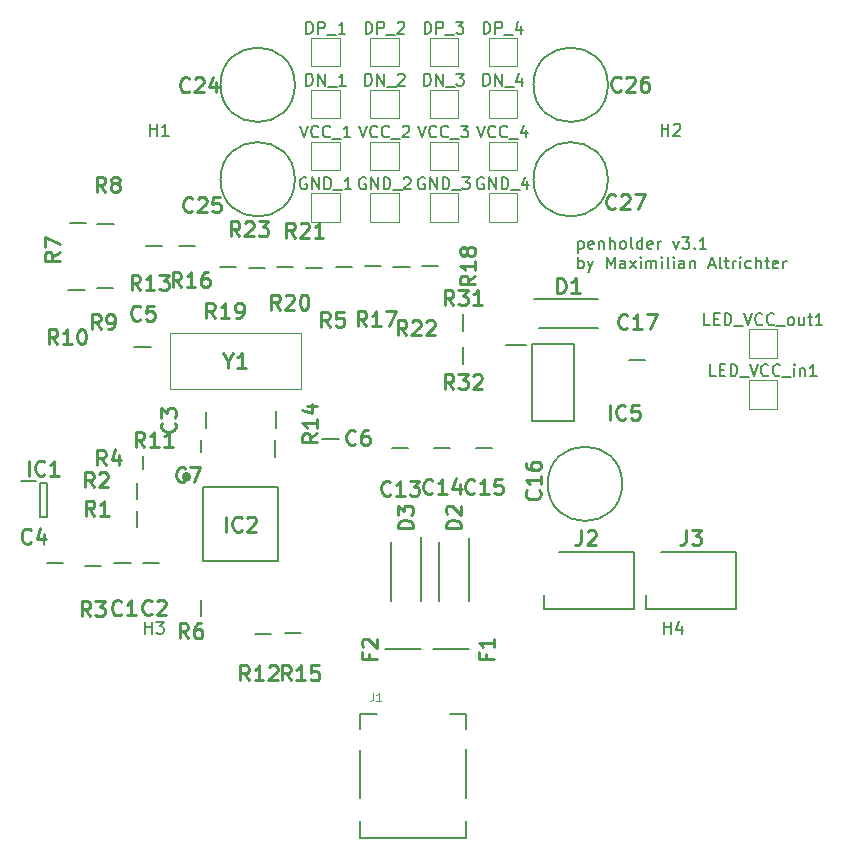
<source format=gto>
G04 #@! TF.GenerationSoftware,KiCad,Pcbnew,(5.1.9)-1*
G04 #@! TF.CreationDate,2021-04-13T17:11:41+02:00*
G04 #@! TF.ProjectId,sh_control,73685f63-6f6e-4747-926f-6c2e6b696361,rev?*
G04 #@! TF.SameCoordinates,Original*
G04 #@! TF.FileFunction,Legend,Top*
G04 #@! TF.FilePolarity,Positive*
%FSLAX46Y46*%
G04 Gerber Fmt 4.6, Leading zero omitted, Abs format (unit mm)*
G04 Created by KiCad (PCBNEW (5.1.9)-1) date 2021-04-13 17:11:41*
%MOMM*%
%LPD*%
G01*
G04 APERTURE LIST*
%ADD10C,0.150000*%
%ADD11C,0.200000*%
%ADD12C,0.400000*%
%ADD13C,0.120000*%
%ADD14C,0.100000*%
%ADD15C,0.127000*%
%ADD16C,0.254000*%
%ADD17C,0.015000*%
%ADD18R,0.600000X1.475000*%
%ADD19R,1.475000X0.600000*%
%ADD20R,1.050000X1.400000*%
%ADD21R,2.000000X2.000000*%
%ADD22C,1.192000*%
%ADD23R,1.200000X1.800000*%
%ADD24R,1.050000X1.800000*%
%ADD25R,1.800000X1.200000*%
%ADD26R,1.700000X1.100000*%
%ADD27R,1.050000X1.750000*%
%ADD28R,1.800000X1.050000*%
%ADD29R,1.100000X1.700000*%
%ADD30C,1.725000*%
%ADD31R,1.725000X1.725000*%
%ADD32O,0.800000X1.600000*%
%ADD33C,0.650000*%
%ADD34R,0.300000X0.700000*%
%ADD35R,1.750000X3.200000*%
%ADD36R,1.750000X0.950000*%
%ADD37R,1.200000X0.600000*%
%ADD38C,3.200000*%
%ADD39R,3.430000X0.850000*%
%ADD40R,1.600000X2.250000*%
%ADD41R,2.250000X1.600000*%
%ADD42C,1.050000*%
%ADD43R,1.050000X1.050000*%
%ADD44R,1.820000X1.020000*%
%ADD45R,1.820000X1.050000*%
%ADD46R,2.110000X1.350000*%
%ADD47R,1.020000X1.820000*%
%ADD48R,1.870000X1.030000*%
%ADD49R,1.030000X1.870000*%
G04 APERTURE END LIST*
D10*
X100919595Y-92178714D02*
X100919595Y-93178714D01*
X100919595Y-92226333D02*
X101014833Y-92178714D01*
X101205309Y-92178714D01*
X101300547Y-92226333D01*
X101348166Y-92273952D01*
X101395785Y-92369190D01*
X101395785Y-92654904D01*
X101348166Y-92750142D01*
X101300547Y-92797761D01*
X101205309Y-92845380D01*
X101014833Y-92845380D01*
X100919595Y-92797761D01*
X102205309Y-92797761D02*
X102110071Y-92845380D01*
X101919595Y-92845380D01*
X101824357Y-92797761D01*
X101776738Y-92702523D01*
X101776738Y-92321571D01*
X101824357Y-92226333D01*
X101919595Y-92178714D01*
X102110071Y-92178714D01*
X102205309Y-92226333D01*
X102252928Y-92321571D01*
X102252928Y-92416809D01*
X101776738Y-92512047D01*
X102681500Y-92178714D02*
X102681500Y-92845380D01*
X102681500Y-92273952D02*
X102729119Y-92226333D01*
X102824357Y-92178714D01*
X102967214Y-92178714D01*
X103062452Y-92226333D01*
X103110071Y-92321571D01*
X103110071Y-92845380D01*
X103586261Y-92845380D02*
X103586261Y-91845380D01*
X104014833Y-92845380D02*
X104014833Y-92321571D01*
X103967214Y-92226333D01*
X103871976Y-92178714D01*
X103729119Y-92178714D01*
X103633880Y-92226333D01*
X103586261Y-92273952D01*
X104633880Y-92845380D02*
X104538642Y-92797761D01*
X104491023Y-92750142D01*
X104443404Y-92654904D01*
X104443404Y-92369190D01*
X104491023Y-92273952D01*
X104538642Y-92226333D01*
X104633880Y-92178714D01*
X104776738Y-92178714D01*
X104871976Y-92226333D01*
X104919595Y-92273952D01*
X104967214Y-92369190D01*
X104967214Y-92654904D01*
X104919595Y-92750142D01*
X104871976Y-92797761D01*
X104776738Y-92845380D01*
X104633880Y-92845380D01*
X105538642Y-92845380D02*
X105443404Y-92797761D01*
X105395785Y-92702523D01*
X105395785Y-91845380D01*
X106348166Y-92845380D02*
X106348166Y-91845380D01*
X106348166Y-92797761D02*
X106252928Y-92845380D01*
X106062452Y-92845380D01*
X105967214Y-92797761D01*
X105919595Y-92750142D01*
X105871976Y-92654904D01*
X105871976Y-92369190D01*
X105919595Y-92273952D01*
X105967214Y-92226333D01*
X106062452Y-92178714D01*
X106252928Y-92178714D01*
X106348166Y-92226333D01*
X107205309Y-92797761D02*
X107110071Y-92845380D01*
X106919595Y-92845380D01*
X106824357Y-92797761D01*
X106776738Y-92702523D01*
X106776738Y-92321571D01*
X106824357Y-92226333D01*
X106919595Y-92178714D01*
X107110071Y-92178714D01*
X107205309Y-92226333D01*
X107252928Y-92321571D01*
X107252928Y-92416809D01*
X106776738Y-92512047D01*
X107681500Y-92845380D02*
X107681500Y-92178714D01*
X107681500Y-92369190D02*
X107729119Y-92273952D01*
X107776738Y-92226333D01*
X107871976Y-92178714D01*
X107967214Y-92178714D01*
X108967214Y-92178714D02*
X109205309Y-92845380D01*
X109443404Y-92178714D01*
X109729119Y-91845380D02*
X110348166Y-91845380D01*
X110014833Y-92226333D01*
X110157690Y-92226333D01*
X110252928Y-92273952D01*
X110300547Y-92321571D01*
X110348166Y-92416809D01*
X110348166Y-92654904D01*
X110300547Y-92750142D01*
X110252928Y-92797761D01*
X110157690Y-92845380D01*
X109871976Y-92845380D01*
X109776738Y-92797761D01*
X109729119Y-92750142D01*
X110776738Y-92750142D02*
X110824357Y-92797761D01*
X110776738Y-92845380D01*
X110729119Y-92797761D01*
X110776738Y-92750142D01*
X110776738Y-92845380D01*
X111776738Y-92845380D02*
X111205309Y-92845380D01*
X111491023Y-92845380D02*
X111491023Y-91845380D01*
X111395785Y-91988238D01*
X111300547Y-92083476D01*
X111205309Y-92131095D01*
X100919595Y-94495380D02*
X100919595Y-93495380D01*
X100919595Y-93876333D02*
X101014833Y-93828714D01*
X101205309Y-93828714D01*
X101300547Y-93876333D01*
X101348166Y-93923952D01*
X101395785Y-94019190D01*
X101395785Y-94304904D01*
X101348166Y-94400142D01*
X101300547Y-94447761D01*
X101205309Y-94495380D01*
X101014833Y-94495380D01*
X100919595Y-94447761D01*
X101729119Y-93828714D02*
X101967214Y-94495380D01*
X102205309Y-93828714D02*
X101967214Y-94495380D01*
X101871976Y-94733476D01*
X101824357Y-94781095D01*
X101729119Y-94828714D01*
X103348166Y-94495380D02*
X103348166Y-93495380D01*
X103681500Y-94209666D01*
X104014833Y-93495380D01*
X104014833Y-94495380D01*
X104919595Y-94495380D02*
X104919595Y-93971571D01*
X104871976Y-93876333D01*
X104776738Y-93828714D01*
X104586261Y-93828714D01*
X104491023Y-93876333D01*
X104919595Y-94447761D02*
X104824357Y-94495380D01*
X104586261Y-94495380D01*
X104491023Y-94447761D01*
X104443404Y-94352523D01*
X104443404Y-94257285D01*
X104491023Y-94162047D01*
X104586261Y-94114428D01*
X104824357Y-94114428D01*
X104919595Y-94066809D01*
X105300547Y-94495380D02*
X105824357Y-93828714D01*
X105300547Y-93828714D02*
X105824357Y-94495380D01*
X106205309Y-94495380D02*
X106205309Y-93828714D01*
X106205309Y-93495380D02*
X106157690Y-93543000D01*
X106205309Y-93590619D01*
X106252928Y-93543000D01*
X106205309Y-93495380D01*
X106205309Y-93590619D01*
X106681500Y-94495380D02*
X106681500Y-93828714D01*
X106681500Y-93923952D02*
X106729119Y-93876333D01*
X106824357Y-93828714D01*
X106967214Y-93828714D01*
X107062452Y-93876333D01*
X107110071Y-93971571D01*
X107110071Y-94495380D01*
X107110071Y-93971571D02*
X107157690Y-93876333D01*
X107252928Y-93828714D01*
X107395785Y-93828714D01*
X107491023Y-93876333D01*
X107538642Y-93971571D01*
X107538642Y-94495380D01*
X108014833Y-94495380D02*
X108014833Y-93828714D01*
X108014833Y-93495380D02*
X107967214Y-93543000D01*
X108014833Y-93590619D01*
X108062452Y-93543000D01*
X108014833Y-93495380D01*
X108014833Y-93590619D01*
X108633880Y-94495380D02*
X108538642Y-94447761D01*
X108491023Y-94352523D01*
X108491023Y-93495380D01*
X109014833Y-94495380D02*
X109014833Y-93828714D01*
X109014833Y-93495380D02*
X108967214Y-93543000D01*
X109014833Y-93590619D01*
X109062452Y-93543000D01*
X109014833Y-93495380D01*
X109014833Y-93590619D01*
X109919595Y-94495380D02*
X109919595Y-93971571D01*
X109871976Y-93876333D01*
X109776738Y-93828714D01*
X109586261Y-93828714D01*
X109491023Y-93876333D01*
X109919595Y-94447761D02*
X109824357Y-94495380D01*
X109586261Y-94495380D01*
X109491023Y-94447761D01*
X109443404Y-94352523D01*
X109443404Y-94257285D01*
X109491023Y-94162047D01*
X109586261Y-94114428D01*
X109824357Y-94114428D01*
X109919595Y-94066809D01*
X110395785Y-93828714D02*
X110395785Y-94495380D01*
X110395785Y-93923952D02*
X110443404Y-93876333D01*
X110538642Y-93828714D01*
X110681500Y-93828714D01*
X110776738Y-93876333D01*
X110824357Y-93971571D01*
X110824357Y-94495380D01*
X112014833Y-94209666D02*
X112491023Y-94209666D01*
X111919595Y-94495380D02*
X112252928Y-93495380D01*
X112586261Y-94495380D01*
X113062452Y-94495380D02*
X112967214Y-94447761D01*
X112919595Y-94352523D01*
X112919595Y-93495380D01*
X113300547Y-93828714D02*
X113681500Y-93828714D01*
X113443404Y-93495380D02*
X113443404Y-94352523D01*
X113491023Y-94447761D01*
X113586261Y-94495380D01*
X113681500Y-94495380D01*
X114014833Y-94495380D02*
X114014833Y-93828714D01*
X114014833Y-94019190D02*
X114062452Y-93923952D01*
X114110071Y-93876333D01*
X114205309Y-93828714D01*
X114300547Y-93828714D01*
X114633880Y-94495380D02*
X114633880Y-93828714D01*
X114633880Y-93495380D02*
X114586261Y-93543000D01*
X114633880Y-93590619D01*
X114681500Y-93543000D01*
X114633880Y-93495380D01*
X114633880Y-93590619D01*
X115538642Y-94447761D02*
X115443404Y-94495380D01*
X115252928Y-94495380D01*
X115157690Y-94447761D01*
X115110071Y-94400142D01*
X115062452Y-94304904D01*
X115062452Y-94019190D01*
X115110071Y-93923952D01*
X115157690Y-93876333D01*
X115252928Y-93828714D01*
X115443404Y-93828714D01*
X115538642Y-93876333D01*
X115967214Y-94495380D02*
X115967214Y-93495380D01*
X116395785Y-94495380D02*
X116395785Y-93971571D01*
X116348166Y-93876333D01*
X116252928Y-93828714D01*
X116110071Y-93828714D01*
X116014833Y-93876333D01*
X115967214Y-93923952D01*
X116729119Y-93828714D02*
X117110071Y-93828714D01*
X116871976Y-93495380D02*
X116871976Y-94352523D01*
X116919595Y-94447761D01*
X117014833Y-94495380D01*
X117110071Y-94495380D01*
X117824357Y-94447761D02*
X117729119Y-94495380D01*
X117538642Y-94495380D01*
X117443404Y-94447761D01*
X117395785Y-94352523D01*
X117395785Y-93971571D01*
X117443404Y-93876333D01*
X117538642Y-93828714D01*
X117729119Y-93828714D01*
X117824357Y-93876333D01*
X117871976Y-93971571D01*
X117871976Y-94066809D01*
X117395785Y-94162047D01*
X118300547Y-94495380D02*
X118300547Y-93828714D01*
X118300547Y-94019190D02*
X118348166Y-93923952D01*
X118395785Y-93876333D01*
X118491023Y-93828714D01*
X118586261Y-93828714D01*
D11*
X69200000Y-113000000D02*
X75500000Y-113000000D01*
X75500000Y-113000000D02*
X75500000Y-119300000D01*
X75500000Y-119300000D02*
X69200000Y-119300000D01*
X69200000Y-119300000D02*
X69200000Y-113000000D01*
D12*
X67975000Y-112150000D02*
G75*
G03*
X67975000Y-112150000I-200000J0D01*
G01*
D11*
X69000000Y-110045000D02*
X69000000Y-108995000D01*
D13*
X93340000Y-90540000D02*
X93340000Y-88140000D01*
X95740000Y-90540000D02*
X93340000Y-90540000D01*
X95740000Y-88140000D02*
X95740000Y-90540000D01*
X93340000Y-88140000D02*
X95740000Y-88140000D01*
X88340000Y-90540000D02*
X88340000Y-88140000D01*
X90740000Y-90540000D02*
X88340000Y-90540000D01*
X90740000Y-88140000D02*
X90740000Y-90540000D01*
X88340000Y-88140000D02*
X90740000Y-88140000D01*
X83340000Y-90540000D02*
X83340000Y-88140000D01*
X85740000Y-90540000D02*
X83340000Y-90540000D01*
X85740000Y-88140000D02*
X85740000Y-90540000D01*
X83340000Y-88140000D02*
X85740000Y-88140000D01*
X78340000Y-90540000D02*
X78340000Y-88140000D01*
X80740000Y-90540000D02*
X78340000Y-90540000D01*
X80740000Y-88140000D02*
X80740000Y-90540000D01*
X78340000Y-88140000D02*
X80740000Y-88140000D01*
X93340000Y-77370000D02*
X93340000Y-74970000D01*
X95740000Y-77370000D02*
X93340000Y-77370000D01*
X95740000Y-74970000D02*
X95740000Y-77370000D01*
X93340000Y-74970000D02*
X95740000Y-74970000D01*
X88340000Y-77370000D02*
X88340000Y-74970000D01*
X90740000Y-77370000D02*
X88340000Y-77370000D01*
X90740000Y-74970000D02*
X90740000Y-77370000D01*
X88340000Y-74970000D02*
X90740000Y-74970000D01*
X83340000Y-77370000D02*
X83340000Y-74970000D01*
X85740000Y-77370000D02*
X83340000Y-77370000D01*
X85740000Y-74970000D02*
X85740000Y-77370000D01*
X83340000Y-74970000D02*
X85740000Y-74970000D01*
X78340000Y-77370000D02*
X78340000Y-74970000D01*
X80740000Y-77370000D02*
X78340000Y-77370000D01*
X80740000Y-74970000D02*
X80740000Y-77370000D01*
X78340000Y-74970000D02*
X80740000Y-74970000D01*
X93340000Y-81760000D02*
X93340000Y-79360000D01*
X95740000Y-81760000D02*
X93340000Y-81760000D01*
X95740000Y-79360000D02*
X95740000Y-81760000D01*
X93340000Y-79360000D02*
X95740000Y-79360000D01*
X88340000Y-81760000D02*
X88340000Y-79360000D01*
X90740000Y-81760000D02*
X88340000Y-81760000D01*
X90740000Y-79360000D02*
X90740000Y-81760000D01*
X88340000Y-79360000D02*
X90740000Y-79360000D01*
X83340000Y-81760000D02*
X83340000Y-79360000D01*
X85740000Y-81760000D02*
X83340000Y-81760000D01*
X85740000Y-79360000D02*
X85740000Y-81760000D01*
X83340000Y-79360000D02*
X85740000Y-79360000D01*
X78340000Y-81760000D02*
X78340000Y-79360000D01*
X80740000Y-81760000D02*
X78340000Y-81760000D01*
X80740000Y-79360000D02*
X80740000Y-81760000D01*
X78340000Y-79360000D02*
X80740000Y-79360000D01*
X93340000Y-86150000D02*
X93340000Y-83750000D01*
X95740000Y-86150000D02*
X93340000Y-86150000D01*
X95740000Y-83750000D02*
X95740000Y-86150000D01*
X93340000Y-83750000D02*
X95740000Y-83750000D01*
X88340000Y-86150000D02*
X88340000Y-83750000D01*
X90740000Y-86150000D02*
X88340000Y-86150000D01*
X90740000Y-83750000D02*
X90740000Y-86150000D01*
X88340000Y-83750000D02*
X90740000Y-83750000D01*
X83340000Y-86150000D02*
X83340000Y-83750000D01*
X85740000Y-86150000D02*
X83340000Y-86150000D01*
X85740000Y-83750000D02*
X85740000Y-86150000D01*
X83340000Y-83750000D02*
X85740000Y-83750000D01*
X78340000Y-86150000D02*
X78340000Y-83750000D01*
X80740000Y-86150000D02*
X78340000Y-86150000D01*
X80740000Y-83750000D02*
X80740000Y-86150000D01*
X78340000Y-83750000D02*
X80740000Y-83750000D01*
X115386000Y-102038000D02*
X115386000Y-99638000D01*
X117786000Y-102038000D02*
X115386000Y-102038000D01*
X117786000Y-99638000D02*
X117786000Y-102038000D01*
X115386000Y-99638000D02*
X117786000Y-99638000D01*
X115386000Y-106356000D02*
X115386000Y-103956000D01*
X117786000Y-106356000D02*
X115386000Y-106356000D01*
X117786000Y-103956000D02*
X117786000Y-106356000D01*
X115386000Y-103956000D02*
X117786000Y-103956000D01*
D14*
X77425000Y-104700000D02*
X66375000Y-104700000D01*
X66375000Y-104700000D02*
X66375000Y-100000000D01*
X66375000Y-100000000D02*
X77425000Y-100000000D01*
X77425000Y-100000000D02*
X77425000Y-104700000D01*
D11*
X91186000Y-102554000D02*
X91186000Y-101154000D01*
X91186000Y-99760000D02*
X91186000Y-98360000D01*
X73030000Y-94440000D02*
X74430000Y-94440000D01*
X86670000Y-94400000D02*
X85270000Y-94400000D01*
X77840000Y-94450000D02*
X79240000Y-94450000D01*
X75465000Y-94340000D02*
X76815000Y-94340000D01*
X70575000Y-94380000D02*
X71925000Y-94380000D01*
X87685000Y-94300000D02*
X89035000Y-94300000D01*
X82845000Y-94300000D02*
X84195000Y-94300000D01*
X67102000Y-92580000D02*
X68502000Y-92580000D01*
X77485000Y-125400000D02*
X76135000Y-125400000D01*
X75350000Y-106602000D02*
X75350000Y-107978000D01*
X64308000Y-92580000D02*
X65708000Y-92580000D01*
X74935000Y-125460000D02*
X73585000Y-125460000D01*
X57730000Y-96300000D02*
X59130000Y-96300000D01*
X61565000Y-96180000D02*
X60215000Y-96180000D01*
X60220000Y-90750000D02*
X61620000Y-90750000D01*
X59225000Y-90630000D02*
X57875000Y-90630000D01*
X69010000Y-123908000D02*
X69010000Y-122532000D01*
X81810000Y-94400000D02*
X80410000Y-94400000D01*
X64080000Y-110385000D02*
X64080000Y-111435000D01*
X60530000Y-119670000D02*
X59130000Y-119670000D01*
X63580000Y-112635000D02*
X63580000Y-113985000D01*
X63580000Y-115005000D02*
X63580000Y-116355000D01*
X106680000Y-122174000D02*
X106680000Y-123319000D01*
X106680000Y-123319000D02*
X114300000Y-123319000D01*
X114300000Y-123319000D02*
X114300000Y-118489000D01*
X114300000Y-118489000D02*
X107950000Y-118489000D01*
X98044000Y-122174000D02*
X98044000Y-123319000D01*
X98044000Y-123319000D02*
X105664000Y-123319000D01*
X105664000Y-123319000D02*
X105664000Y-118489000D01*
X105664000Y-118489000D02*
X99314000Y-118489000D01*
D15*
X83874360Y-132201240D02*
X82454360Y-132201240D01*
X82454360Y-132201240D02*
X82454360Y-133511240D01*
X82454360Y-135231240D02*
X82454360Y-139331240D01*
X82454360Y-141301240D02*
X82454360Y-142701240D01*
X82454360Y-142701240D02*
X91454360Y-142701240D01*
X91454360Y-142701240D02*
X91454360Y-141291240D01*
X91454360Y-139321240D02*
X91454360Y-135211240D01*
X91454360Y-133491240D02*
X91454360Y-132201240D01*
X91454360Y-132201240D02*
X90034360Y-132201240D01*
D11*
X97056000Y-100890000D02*
X100556000Y-100890000D01*
X100556000Y-100890000D02*
X100556000Y-107390000D01*
X100556000Y-107390000D02*
X97056000Y-107390000D01*
X97056000Y-107390000D02*
X97056000Y-100890000D01*
X94781000Y-101015000D02*
X96531000Y-101015000D01*
X55340000Y-112680000D02*
X55940000Y-112680000D01*
X55940000Y-112680000D02*
X55940000Y-115580000D01*
X55940000Y-115580000D02*
X55340000Y-115580000D01*
X55340000Y-115580000D02*
X55340000Y-112680000D01*
X53790000Y-112530000D02*
X54990000Y-112530000D01*
X84586000Y-126746000D02*
X87626000Y-126746000D01*
X88650000Y-126746000D02*
X91690000Y-126746000D01*
X87602000Y-122626000D02*
X87602000Y-117274000D01*
X85118000Y-117622000D02*
X85118000Y-122626000D01*
X91666000Y-122644000D02*
X91666000Y-117292000D01*
X89182000Y-117640000D02*
X89182000Y-122644000D01*
X102578000Y-97056000D02*
X97226000Y-97056000D01*
X97574000Y-99540000D02*
X102578000Y-99540000D01*
X103440000Y-86950000D02*
G75*
G03*
X103440000Y-86950000I-3150000J0D01*
G01*
X103440000Y-78950000D02*
G75*
G03*
X103440000Y-78950000I-3150000J0D01*
G01*
X76940000Y-86950000D02*
G75*
G03*
X76940000Y-86950000I-3150000J0D01*
G01*
X76940000Y-78950000D02*
G75*
G03*
X76940000Y-78950000I-3150000J0D01*
G01*
X106618000Y-102232000D02*
X105218000Y-102232000D01*
X104650000Y-112730000D02*
G75*
G03*
X104650000Y-112730000I-3150000J0D01*
G01*
X93664000Y-109728000D02*
X92264000Y-109728000D01*
X90108000Y-109728000D02*
X88708000Y-109728000D01*
X85152000Y-109728000D02*
X86552000Y-109728000D01*
X75250000Y-110450000D02*
X75250000Y-109050000D01*
X80650000Y-108970000D02*
X79250000Y-108970000D01*
X63360000Y-101150000D02*
X64760000Y-101150000D01*
X57320000Y-119460000D02*
X55920000Y-119460000D01*
X69400000Y-108010000D02*
X69400000Y-106610000D01*
X64040000Y-119470000D02*
X65440000Y-119470000D01*
X61660000Y-119460000D02*
X63060000Y-119460000D01*
D16*
X71110238Y-116776202D02*
X71110238Y-115506202D01*
X72440714Y-116655250D02*
X72380238Y-116715726D01*
X72198809Y-116776202D01*
X72077857Y-116776202D01*
X71896428Y-116715726D01*
X71775476Y-116594774D01*
X71715000Y-116473821D01*
X71654523Y-116231917D01*
X71654523Y-116050488D01*
X71715000Y-115808583D01*
X71775476Y-115687631D01*
X71896428Y-115566679D01*
X72077857Y-115506202D01*
X72198809Y-115506202D01*
X72380238Y-115566679D01*
X72440714Y-115627155D01*
X72924523Y-115627155D02*
X72985000Y-115566679D01*
X73105952Y-115506202D01*
X73408333Y-115506202D01*
X73529285Y-115566679D01*
X73589761Y-115627155D01*
X73650238Y-115748107D01*
X73650238Y-115869059D01*
X73589761Y-116050488D01*
X72864047Y-116776202D01*
X73650238Y-116776202D01*
X64193571Y-109614523D02*
X63770238Y-109009761D01*
X63467857Y-109614523D02*
X63467857Y-108344523D01*
X63951666Y-108344523D01*
X64072619Y-108405000D01*
X64133095Y-108465476D01*
X64193571Y-108586428D01*
X64193571Y-108767857D01*
X64133095Y-108888809D01*
X64072619Y-108949285D01*
X63951666Y-109009761D01*
X63467857Y-109009761D01*
X65403095Y-109614523D02*
X64677380Y-109614523D01*
X65040238Y-109614523D02*
X65040238Y-108344523D01*
X64919285Y-108525952D01*
X64798333Y-108646904D01*
X64677380Y-108707380D01*
X66612619Y-109614523D02*
X65886904Y-109614523D01*
X66249761Y-109614523D02*
X66249761Y-108344523D01*
X66128809Y-108525952D01*
X66007857Y-108646904D01*
X65886904Y-108707380D01*
D10*
X92920952Y-86842000D02*
X92825714Y-86794380D01*
X92682857Y-86794380D01*
X92540000Y-86842000D01*
X92444761Y-86937238D01*
X92397142Y-87032476D01*
X92349523Y-87222952D01*
X92349523Y-87365809D01*
X92397142Y-87556285D01*
X92444761Y-87651523D01*
X92540000Y-87746761D01*
X92682857Y-87794380D01*
X92778095Y-87794380D01*
X92920952Y-87746761D01*
X92968571Y-87699142D01*
X92968571Y-87365809D01*
X92778095Y-87365809D01*
X93397142Y-87794380D02*
X93397142Y-86794380D01*
X93968571Y-87794380D01*
X93968571Y-86794380D01*
X94444761Y-87794380D02*
X94444761Y-86794380D01*
X94682857Y-86794380D01*
X94825714Y-86842000D01*
X94920952Y-86937238D01*
X94968571Y-87032476D01*
X95016190Y-87222952D01*
X95016190Y-87365809D01*
X94968571Y-87556285D01*
X94920952Y-87651523D01*
X94825714Y-87746761D01*
X94682857Y-87794380D01*
X94444761Y-87794380D01*
X95206666Y-87889619D02*
X95968571Y-87889619D01*
X96635238Y-87127714D02*
X96635238Y-87794380D01*
X96397142Y-86746761D02*
X96159047Y-87461047D01*
X96778095Y-87461047D01*
X87920952Y-86842000D02*
X87825714Y-86794380D01*
X87682857Y-86794380D01*
X87540000Y-86842000D01*
X87444761Y-86937238D01*
X87397142Y-87032476D01*
X87349523Y-87222952D01*
X87349523Y-87365809D01*
X87397142Y-87556285D01*
X87444761Y-87651523D01*
X87540000Y-87746761D01*
X87682857Y-87794380D01*
X87778095Y-87794380D01*
X87920952Y-87746761D01*
X87968571Y-87699142D01*
X87968571Y-87365809D01*
X87778095Y-87365809D01*
X88397142Y-87794380D02*
X88397142Y-86794380D01*
X88968571Y-87794380D01*
X88968571Y-86794380D01*
X89444761Y-87794380D02*
X89444761Y-86794380D01*
X89682857Y-86794380D01*
X89825714Y-86842000D01*
X89920952Y-86937238D01*
X89968571Y-87032476D01*
X90016190Y-87222952D01*
X90016190Y-87365809D01*
X89968571Y-87556285D01*
X89920952Y-87651523D01*
X89825714Y-87746761D01*
X89682857Y-87794380D01*
X89444761Y-87794380D01*
X90206666Y-87889619D02*
X90968571Y-87889619D01*
X91111428Y-86794380D02*
X91730476Y-86794380D01*
X91397142Y-87175333D01*
X91540000Y-87175333D01*
X91635238Y-87222952D01*
X91682857Y-87270571D01*
X91730476Y-87365809D01*
X91730476Y-87603904D01*
X91682857Y-87699142D01*
X91635238Y-87746761D01*
X91540000Y-87794380D01*
X91254285Y-87794380D01*
X91159047Y-87746761D01*
X91111428Y-87699142D01*
X82920952Y-86842000D02*
X82825714Y-86794380D01*
X82682857Y-86794380D01*
X82540000Y-86842000D01*
X82444761Y-86937238D01*
X82397142Y-87032476D01*
X82349523Y-87222952D01*
X82349523Y-87365809D01*
X82397142Y-87556285D01*
X82444761Y-87651523D01*
X82540000Y-87746761D01*
X82682857Y-87794380D01*
X82778095Y-87794380D01*
X82920952Y-87746761D01*
X82968571Y-87699142D01*
X82968571Y-87365809D01*
X82778095Y-87365809D01*
X83397142Y-87794380D02*
X83397142Y-86794380D01*
X83968571Y-87794380D01*
X83968571Y-86794380D01*
X84444761Y-87794380D02*
X84444761Y-86794380D01*
X84682857Y-86794380D01*
X84825714Y-86842000D01*
X84920952Y-86937238D01*
X84968571Y-87032476D01*
X85016190Y-87222952D01*
X85016190Y-87365809D01*
X84968571Y-87556285D01*
X84920952Y-87651523D01*
X84825714Y-87746761D01*
X84682857Y-87794380D01*
X84444761Y-87794380D01*
X85206666Y-87889619D02*
X85968571Y-87889619D01*
X86159047Y-86889619D02*
X86206666Y-86842000D01*
X86301904Y-86794380D01*
X86540000Y-86794380D01*
X86635238Y-86842000D01*
X86682857Y-86889619D01*
X86730476Y-86984857D01*
X86730476Y-87080095D01*
X86682857Y-87222952D01*
X86111428Y-87794380D01*
X86730476Y-87794380D01*
X77920952Y-86842000D02*
X77825714Y-86794380D01*
X77682857Y-86794380D01*
X77540000Y-86842000D01*
X77444761Y-86937238D01*
X77397142Y-87032476D01*
X77349523Y-87222952D01*
X77349523Y-87365809D01*
X77397142Y-87556285D01*
X77444761Y-87651523D01*
X77540000Y-87746761D01*
X77682857Y-87794380D01*
X77778095Y-87794380D01*
X77920952Y-87746761D01*
X77968571Y-87699142D01*
X77968571Y-87365809D01*
X77778095Y-87365809D01*
X78397142Y-87794380D02*
X78397142Y-86794380D01*
X78968571Y-87794380D01*
X78968571Y-86794380D01*
X79444761Y-87794380D02*
X79444761Y-86794380D01*
X79682857Y-86794380D01*
X79825714Y-86842000D01*
X79920952Y-86937238D01*
X79968571Y-87032476D01*
X80016190Y-87222952D01*
X80016190Y-87365809D01*
X79968571Y-87556285D01*
X79920952Y-87651523D01*
X79825714Y-87746761D01*
X79682857Y-87794380D01*
X79444761Y-87794380D01*
X80206666Y-87889619D02*
X80968571Y-87889619D01*
X81730476Y-87794380D02*
X81159047Y-87794380D01*
X81444761Y-87794380D02*
X81444761Y-86794380D01*
X81349523Y-86937238D01*
X81254285Y-87032476D01*
X81159047Y-87080095D01*
X92920952Y-74624380D02*
X92920952Y-73624380D01*
X93159047Y-73624380D01*
X93301904Y-73672000D01*
X93397142Y-73767238D01*
X93444761Y-73862476D01*
X93492380Y-74052952D01*
X93492380Y-74195809D01*
X93444761Y-74386285D01*
X93397142Y-74481523D01*
X93301904Y-74576761D01*
X93159047Y-74624380D01*
X92920952Y-74624380D01*
X93920952Y-74624380D02*
X93920952Y-73624380D01*
X94301904Y-73624380D01*
X94397142Y-73672000D01*
X94444761Y-73719619D01*
X94492380Y-73814857D01*
X94492380Y-73957714D01*
X94444761Y-74052952D01*
X94397142Y-74100571D01*
X94301904Y-74148190D01*
X93920952Y-74148190D01*
X94682857Y-74719619D02*
X95444761Y-74719619D01*
X96111428Y-73957714D02*
X96111428Y-74624380D01*
X95873333Y-73576761D02*
X95635238Y-74291047D01*
X96254285Y-74291047D01*
X87920952Y-74624380D02*
X87920952Y-73624380D01*
X88159047Y-73624380D01*
X88301904Y-73672000D01*
X88397142Y-73767238D01*
X88444761Y-73862476D01*
X88492380Y-74052952D01*
X88492380Y-74195809D01*
X88444761Y-74386285D01*
X88397142Y-74481523D01*
X88301904Y-74576761D01*
X88159047Y-74624380D01*
X87920952Y-74624380D01*
X88920952Y-74624380D02*
X88920952Y-73624380D01*
X89301904Y-73624380D01*
X89397142Y-73672000D01*
X89444761Y-73719619D01*
X89492380Y-73814857D01*
X89492380Y-73957714D01*
X89444761Y-74052952D01*
X89397142Y-74100571D01*
X89301904Y-74148190D01*
X88920952Y-74148190D01*
X89682857Y-74719619D02*
X90444761Y-74719619D01*
X90587619Y-73624380D02*
X91206666Y-73624380D01*
X90873333Y-74005333D01*
X91016190Y-74005333D01*
X91111428Y-74052952D01*
X91159047Y-74100571D01*
X91206666Y-74195809D01*
X91206666Y-74433904D01*
X91159047Y-74529142D01*
X91111428Y-74576761D01*
X91016190Y-74624380D01*
X90730476Y-74624380D01*
X90635238Y-74576761D01*
X90587619Y-74529142D01*
X82920952Y-74624380D02*
X82920952Y-73624380D01*
X83159047Y-73624380D01*
X83301904Y-73672000D01*
X83397142Y-73767238D01*
X83444761Y-73862476D01*
X83492380Y-74052952D01*
X83492380Y-74195809D01*
X83444761Y-74386285D01*
X83397142Y-74481523D01*
X83301904Y-74576761D01*
X83159047Y-74624380D01*
X82920952Y-74624380D01*
X83920952Y-74624380D02*
X83920952Y-73624380D01*
X84301904Y-73624380D01*
X84397142Y-73672000D01*
X84444761Y-73719619D01*
X84492380Y-73814857D01*
X84492380Y-73957714D01*
X84444761Y-74052952D01*
X84397142Y-74100571D01*
X84301904Y-74148190D01*
X83920952Y-74148190D01*
X84682857Y-74719619D02*
X85444761Y-74719619D01*
X85635238Y-73719619D02*
X85682857Y-73672000D01*
X85778095Y-73624380D01*
X86016190Y-73624380D01*
X86111428Y-73672000D01*
X86159047Y-73719619D01*
X86206666Y-73814857D01*
X86206666Y-73910095D01*
X86159047Y-74052952D01*
X85587619Y-74624380D01*
X86206666Y-74624380D01*
X77920952Y-74624380D02*
X77920952Y-73624380D01*
X78159047Y-73624380D01*
X78301904Y-73672000D01*
X78397142Y-73767238D01*
X78444761Y-73862476D01*
X78492380Y-74052952D01*
X78492380Y-74195809D01*
X78444761Y-74386285D01*
X78397142Y-74481523D01*
X78301904Y-74576761D01*
X78159047Y-74624380D01*
X77920952Y-74624380D01*
X78920952Y-74624380D02*
X78920952Y-73624380D01*
X79301904Y-73624380D01*
X79397142Y-73672000D01*
X79444761Y-73719619D01*
X79492380Y-73814857D01*
X79492380Y-73957714D01*
X79444761Y-74052952D01*
X79397142Y-74100571D01*
X79301904Y-74148190D01*
X78920952Y-74148190D01*
X79682857Y-74719619D02*
X80444761Y-74719619D01*
X81206666Y-74624380D02*
X80635238Y-74624380D01*
X80920952Y-74624380D02*
X80920952Y-73624380D01*
X80825714Y-73767238D01*
X80730476Y-73862476D01*
X80635238Y-73910095D01*
X92897142Y-79014380D02*
X92897142Y-78014380D01*
X93135238Y-78014380D01*
X93278095Y-78062000D01*
X93373333Y-78157238D01*
X93420952Y-78252476D01*
X93468571Y-78442952D01*
X93468571Y-78585809D01*
X93420952Y-78776285D01*
X93373333Y-78871523D01*
X93278095Y-78966761D01*
X93135238Y-79014380D01*
X92897142Y-79014380D01*
X93897142Y-79014380D02*
X93897142Y-78014380D01*
X94468571Y-79014380D01*
X94468571Y-78014380D01*
X94706666Y-79109619D02*
X95468571Y-79109619D01*
X96135238Y-78347714D02*
X96135238Y-79014380D01*
X95897142Y-77966761D02*
X95659047Y-78681047D01*
X96278095Y-78681047D01*
X87897142Y-79014380D02*
X87897142Y-78014380D01*
X88135238Y-78014380D01*
X88278095Y-78062000D01*
X88373333Y-78157238D01*
X88420952Y-78252476D01*
X88468571Y-78442952D01*
X88468571Y-78585809D01*
X88420952Y-78776285D01*
X88373333Y-78871523D01*
X88278095Y-78966761D01*
X88135238Y-79014380D01*
X87897142Y-79014380D01*
X88897142Y-79014380D02*
X88897142Y-78014380D01*
X89468571Y-79014380D01*
X89468571Y-78014380D01*
X89706666Y-79109619D02*
X90468571Y-79109619D01*
X90611428Y-78014380D02*
X91230476Y-78014380D01*
X90897142Y-78395333D01*
X91040000Y-78395333D01*
X91135238Y-78442952D01*
X91182857Y-78490571D01*
X91230476Y-78585809D01*
X91230476Y-78823904D01*
X91182857Y-78919142D01*
X91135238Y-78966761D01*
X91040000Y-79014380D01*
X90754285Y-79014380D01*
X90659047Y-78966761D01*
X90611428Y-78919142D01*
X82897142Y-79014380D02*
X82897142Y-78014380D01*
X83135238Y-78014380D01*
X83278095Y-78062000D01*
X83373333Y-78157238D01*
X83420952Y-78252476D01*
X83468571Y-78442952D01*
X83468571Y-78585809D01*
X83420952Y-78776285D01*
X83373333Y-78871523D01*
X83278095Y-78966761D01*
X83135238Y-79014380D01*
X82897142Y-79014380D01*
X83897142Y-79014380D02*
X83897142Y-78014380D01*
X84468571Y-79014380D01*
X84468571Y-78014380D01*
X84706666Y-79109619D02*
X85468571Y-79109619D01*
X85659047Y-78109619D02*
X85706666Y-78062000D01*
X85801904Y-78014380D01*
X86040000Y-78014380D01*
X86135238Y-78062000D01*
X86182857Y-78109619D01*
X86230476Y-78204857D01*
X86230476Y-78300095D01*
X86182857Y-78442952D01*
X85611428Y-79014380D01*
X86230476Y-79014380D01*
X77897142Y-79014380D02*
X77897142Y-78014380D01*
X78135238Y-78014380D01*
X78278095Y-78062000D01*
X78373333Y-78157238D01*
X78420952Y-78252476D01*
X78468571Y-78442952D01*
X78468571Y-78585809D01*
X78420952Y-78776285D01*
X78373333Y-78871523D01*
X78278095Y-78966761D01*
X78135238Y-79014380D01*
X77897142Y-79014380D01*
X78897142Y-79014380D02*
X78897142Y-78014380D01*
X79468571Y-79014380D01*
X79468571Y-78014380D01*
X79706666Y-79109619D02*
X80468571Y-79109619D01*
X81230476Y-79014380D02*
X80659047Y-79014380D01*
X80944761Y-79014380D02*
X80944761Y-78014380D01*
X80849523Y-78157238D01*
X80754285Y-78252476D01*
X80659047Y-78300095D01*
X92349523Y-82404380D02*
X92682857Y-83404380D01*
X93016190Y-82404380D01*
X93920952Y-83309142D02*
X93873333Y-83356761D01*
X93730476Y-83404380D01*
X93635238Y-83404380D01*
X93492380Y-83356761D01*
X93397142Y-83261523D01*
X93349523Y-83166285D01*
X93301904Y-82975809D01*
X93301904Y-82832952D01*
X93349523Y-82642476D01*
X93397142Y-82547238D01*
X93492380Y-82452000D01*
X93635238Y-82404380D01*
X93730476Y-82404380D01*
X93873333Y-82452000D01*
X93920952Y-82499619D01*
X94920952Y-83309142D02*
X94873333Y-83356761D01*
X94730476Y-83404380D01*
X94635238Y-83404380D01*
X94492380Y-83356761D01*
X94397142Y-83261523D01*
X94349523Y-83166285D01*
X94301904Y-82975809D01*
X94301904Y-82832952D01*
X94349523Y-82642476D01*
X94397142Y-82547238D01*
X94492380Y-82452000D01*
X94635238Y-82404380D01*
X94730476Y-82404380D01*
X94873333Y-82452000D01*
X94920952Y-82499619D01*
X95111428Y-83499619D02*
X95873333Y-83499619D01*
X96540000Y-82737714D02*
X96540000Y-83404380D01*
X96301904Y-82356761D02*
X96063809Y-83071047D01*
X96682857Y-83071047D01*
X87349523Y-82404380D02*
X87682857Y-83404380D01*
X88016190Y-82404380D01*
X88920952Y-83309142D02*
X88873333Y-83356761D01*
X88730476Y-83404380D01*
X88635238Y-83404380D01*
X88492380Y-83356761D01*
X88397142Y-83261523D01*
X88349523Y-83166285D01*
X88301904Y-82975809D01*
X88301904Y-82832952D01*
X88349523Y-82642476D01*
X88397142Y-82547238D01*
X88492380Y-82452000D01*
X88635238Y-82404380D01*
X88730476Y-82404380D01*
X88873333Y-82452000D01*
X88920952Y-82499619D01*
X89920952Y-83309142D02*
X89873333Y-83356761D01*
X89730476Y-83404380D01*
X89635238Y-83404380D01*
X89492380Y-83356761D01*
X89397142Y-83261523D01*
X89349523Y-83166285D01*
X89301904Y-82975809D01*
X89301904Y-82832952D01*
X89349523Y-82642476D01*
X89397142Y-82547238D01*
X89492380Y-82452000D01*
X89635238Y-82404380D01*
X89730476Y-82404380D01*
X89873333Y-82452000D01*
X89920952Y-82499619D01*
X90111428Y-83499619D02*
X90873333Y-83499619D01*
X91016190Y-82404380D02*
X91635238Y-82404380D01*
X91301904Y-82785333D01*
X91444761Y-82785333D01*
X91540000Y-82832952D01*
X91587619Y-82880571D01*
X91635238Y-82975809D01*
X91635238Y-83213904D01*
X91587619Y-83309142D01*
X91540000Y-83356761D01*
X91444761Y-83404380D01*
X91159047Y-83404380D01*
X91063809Y-83356761D01*
X91016190Y-83309142D01*
X82349523Y-82404380D02*
X82682857Y-83404380D01*
X83016190Y-82404380D01*
X83920952Y-83309142D02*
X83873333Y-83356761D01*
X83730476Y-83404380D01*
X83635238Y-83404380D01*
X83492380Y-83356761D01*
X83397142Y-83261523D01*
X83349523Y-83166285D01*
X83301904Y-82975809D01*
X83301904Y-82832952D01*
X83349523Y-82642476D01*
X83397142Y-82547238D01*
X83492380Y-82452000D01*
X83635238Y-82404380D01*
X83730476Y-82404380D01*
X83873333Y-82452000D01*
X83920952Y-82499619D01*
X84920952Y-83309142D02*
X84873333Y-83356761D01*
X84730476Y-83404380D01*
X84635238Y-83404380D01*
X84492380Y-83356761D01*
X84397142Y-83261523D01*
X84349523Y-83166285D01*
X84301904Y-82975809D01*
X84301904Y-82832952D01*
X84349523Y-82642476D01*
X84397142Y-82547238D01*
X84492380Y-82452000D01*
X84635238Y-82404380D01*
X84730476Y-82404380D01*
X84873333Y-82452000D01*
X84920952Y-82499619D01*
X85111428Y-83499619D02*
X85873333Y-83499619D01*
X86063809Y-82499619D02*
X86111428Y-82452000D01*
X86206666Y-82404380D01*
X86444761Y-82404380D01*
X86540000Y-82452000D01*
X86587619Y-82499619D01*
X86635238Y-82594857D01*
X86635238Y-82690095D01*
X86587619Y-82832952D01*
X86016190Y-83404380D01*
X86635238Y-83404380D01*
X77349523Y-82404380D02*
X77682857Y-83404380D01*
X78016190Y-82404380D01*
X78920952Y-83309142D02*
X78873333Y-83356761D01*
X78730476Y-83404380D01*
X78635238Y-83404380D01*
X78492380Y-83356761D01*
X78397142Y-83261523D01*
X78349523Y-83166285D01*
X78301904Y-82975809D01*
X78301904Y-82832952D01*
X78349523Y-82642476D01*
X78397142Y-82547238D01*
X78492380Y-82452000D01*
X78635238Y-82404380D01*
X78730476Y-82404380D01*
X78873333Y-82452000D01*
X78920952Y-82499619D01*
X79920952Y-83309142D02*
X79873333Y-83356761D01*
X79730476Y-83404380D01*
X79635238Y-83404380D01*
X79492380Y-83356761D01*
X79397142Y-83261523D01*
X79349523Y-83166285D01*
X79301904Y-82975809D01*
X79301904Y-82832952D01*
X79349523Y-82642476D01*
X79397142Y-82547238D01*
X79492380Y-82452000D01*
X79635238Y-82404380D01*
X79730476Y-82404380D01*
X79873333Y-82452000D01*
X79920952Y-82499619D01*
X80111428Y-83499619D02*
X80873333Y-83499619D01*
X81635238Y-83404380D02*
X81063809Y-83404380D01*
X81349523Y-83404380D02*
X81349523Y-82404380D01*
X81254285Y-82547238D01*
X81159047Y-82642476D01*
X81063809Y-82690095D01*
X112086000Y-99292380D02*
X111609809Y-99292380D01*
X111609809Y-98292380D01*
X112419333Y-98768571D02*
X112752666Y-98768571D01*
X112895523Y-99292380D02*
X112419333Y-99292380D01*
X112419333Y-98292380D01*
X112895523Y-98292380D01*
X113324095Y-99292380D02*
X113324095Y-98292380D01*
X113562190Y-98292380D01*
X113705047Y-98340000D01*
X113800285Y-98435238D01*
X113847904Y-98530476D01*
X113895523Y-98720952D01*
X113895523Y-98863809D01*
X113847904Y-99054285D01*
X113800285Y-99149523D01*
X113705047Y-99244761D01*
X113562190Y-99292380D01*
X113324095Y-99292380D01*
X114086000Y-99387619D02*
X114847904Y-99387619D01*
X114943142Y-98292380D02*
X115276476Y-99292380D01*
X115609809Y-98292380D01*
X116514571Y-99197142D02*
X116466952Y-99244761D01*
X116324095Y-99292380D01*
X116228857Y-99292380D01*
X116086000Y-99244761D01*
X115990761Y-99149523D01*
X115943142Y-99054285D01*
X115895523Y-98863809D01*
X115895523Y-98720952D01*
X115943142Y-98530476D01*
X115990761Y-98435238D01*
X116086000Y-98340000D01*
X116228857Y-98292380D01*
X116324095Y-98292380D01*
X116466952Y-98340000D01*
X116514571Y-98387619D01*
X117514571Y-99197142D02*
X117466952Y-99244761D01*
X117324095Y-99292380D01*
X117228857Y-99292380D01*
X117086000Y-99244761D01*
X116990761Y-99149523D01*
X116943142Y-99054285D01*
X116895523Y-98863809D01*
X116895523Y-98720952D01*
X116943142Y-98530476D01*
X116990761Y-98435238D01*
X117086000Y-98340000D01*
X117228857Y-98292380D01*
X117324095Y-98292380D01*
X117466952Y-98340000D01*
X117514571Y-98387619D01*
X117705047Y-99387619D02*
X118466952Y-99387619D01*
X118847904Y-99292380D02*
X118752666Y-99244761D01*
X118705047Y-99197142D01*
X118657428Y-99101904D01*
X118657428Y-98816190D01*
X118705047Y-98720952D01*
X118752666Y-98673333D01*
X118847904Y-98625714D01*
X118990761Y-98625714D01*
X119086000Y-98673333D01*
X119133619Y-98720952D01*
X119181238Y-98816190D01*
X119181238Y-99101904D01*
X119133619Y-99197142D01*
X119086000Y-99244761D01*
X118990761Y-99292380D01*
X118847904Y-99292380D01*
X120038380Y-98625714D02*
X120038380Y-99292380D01*
X119609809Y-98625714D02*
X119609809Y-99149523D01*
X119657428Y-99244761D01*
X119752666Y-99292380D01*
X119895523Y-99292380D01*
X119990761Y-99244761D01*
X120038380Y-99197142D01*
X120371714Y-98625714D02*
X120752666Y-98625714D01*
X120514571Y-98292380D02*
X120514571Y-99149523D01*
X120562190Y-99244761D01*
X120657428Y-99292380D01*
X120752666Y-99292380D01*
X121609809Y-99292380D02*
X121038380Y-99292380D01*
X121324095Y-99292380D02*
X121324095Y-98292380D01*
X121228857Y-98435238D01*
X121133619Y-98530476D01*
X121038380Y-98578095D01*
X112586000Y-103610380D02*
X112109809Y-103610380D01*
X112109809Y-102610380D01*
X112919333Y-103086571D02*
X113252666Y-103086571D01*
X113395523Y-103610380D02*
X112919333Y-103610380D01*
X112919333Y-102610380D01*
X113395523Y-102610380D01*
X113824095Y-103610380D02*
X113824095Y-102610380D01*
X114062190Y-102610380D01*
X114205047Y-102658000D01*
X114300285Y-102753238D01*
X114347904Y-102848476D01*
X114395523Y-103038952D01*
X114395523Y-103181809D01*
X114347904Y-103372285D01*
X114300285Y-103467523D01*
X114205047Y-103562761D01*
X114062190Y-103610380D01*
X113824095Y-103610380D01*
X114586000Y-103705619D02*
X115347904Y-103705619D01*
X115443142Y-102610380D02*
X115776476Y-103610380D01*
X116109809Y-102610380D01*
X117014571Y-103515142D02*
X116966952Y-103562761D01*
X116824095Y-103610380D01*
X116728857Y-103610380D01*
X116586000Y-103562761D01*
X116490761Y-103467523D01*
X116443142Y-103372285D01*
X116395523Y-103181809D01*
X116395523Y-103038952D01*
X116443142Y-102848476D01*
X116490761Y-102753238D01*
X116586000Y-102658000D01*
X116728857Y-102610380D01*
X116824095Y-102610380D01*
X116966952Y-102658000D01*
X117014571Y-102705619D01*
X118014571Y-103515142D02*
X117966952Y-103562761D01*
X117824095Y-103610380D01*
X117728857Y-103610380D01*
X117586000Y-103562761D01*
X117490761Y-103467523D01*
X117443142Y-103372285D01*
X117395523Y-103181809D01*
X117395523Y-103038952D01*
X117443142Y-102848476D01*
X117490761Y-102753238D01*
X117586000Y-102658000D01*
X117728857Y-102610380D01*
X117824095Y-102610380D01*
X117966952Y-102658000D01*
X118014571Y-102705619D01*
X118205047Y-103705619D02*
X118966952Y-103705619D01*
X119205047Y-103610380D02*
X119205047Y-102943714D01*
X119205047Y-102610380D02*
X119157428Y-102658000D01*
X119205047Y-102705619D01*
X119252666Y-102658000D01*
X119205047Y-102610380D01*
X119205047Y-102705619D01*
X119681238Y-102943714D02*
X119681238Y-103610380D01*
X119681238Y-103038952D02*
X119728857Y-102991333D01*
X119824095Y-102943714D01*
X119966952Y-102943714D01*
X120062190Y-102991333D01*
X120109809Y-103086571D01*
X120109809Y-103610380D01*
X121109809Y-103610380D02*
X120538380Y-103610380D01*
X120824095Y-103610380D02*
X120824095Y-102610380D01*
X120728857Y-102753238D01*
X120633619Y-102848476D01*
X120538380Y-102896095D01*
D16*
X71295238Y-102319761D02*
X71295238Y-102924523D01*
X70871904Y-101654523D02*
X71295238Y-102319761D01*
X71718571Y-101654523D01*
X72807142Y-102924523D02*
X72081428Y-102924523D01*
X72444285Y-102924523D02*
X72444285Y-101654523D01*
X72323333Y-101835952D01*
X72202380Y-101956904D01*
X72081428Y-102017380D01*
X90369571Y-104714523D02*
X89946238Y-104109761D01*
X89643857Y-104714523D02*
X89643857Y-103444523D01*
X90127666Y-103444523D01*
X90248619Y-103505000D01*
X90309095Y-103565476D01*
X90369571Y-103686428D01*
X90369571Y-103867857D01*
X90309095Y-103988809D01*
X90248619Y-104049285D01*
X90127666Y-104109761D01*
X89643857Y-104109761D01*
X90792904Y-103444523D02*
X91579095Y-103444523D01*
X91155761Y-103928333D01*
X91337190Y-103928333D01*
X91458142Y-103988809D01*
X91518619Y-104049285D01*
X91579095Y-104170238D01*
X91579095Y-104472619D01*
X91518619Y-104593571D01*
X91458142Y-104654047D01*
X91337190Y-104714523D01*
X90974333Y-104714523D01*
X90853380Y-104654047D01*
X90792904Y-104593571D01*
X92062904Y-103565476D02*
X92123380Y-103505000D01*
X92244333Y-103444523D01*
X92546714Y-103444523D01*
X92667666Y-103505000D01*
X92728142Y-103565476D01*
X92788619Y-103686428D01*
X92788619Y-103807380D01*
X92728142Y-103988809D01*
X92002428Y-104714523D01*
X92788619Y-104714523D01*
X90369571Y-97602523D02*
X89946238Y-96997761D01*
X89643857Y-97602523D02*
X89643857Y-96332523D01*
X90127666Y-96332523D01*
X90248619Y-96393000D01*
X90309095Y-96453476D01*
X90369571Y-96574428D01*
X90369571Y-96755857D01*
X90309095Y-96876809D01*
X90248619Y-96937285D01*
X90127666Y-96997761D01*
X89643857Y-96997761D01*
X90792904Y-96332523D02*
X91579095Y-96332523D01*
X91155761Y-96816333D01*
X91337190Y-96816333D01*
X91458142Y-96876809D01*
X91518619Y-96937285D01*
X91579095Y-97058238D01*
X91579095Y-97360619D01*
X91518619Y-97481571D01*
X91458142Y-97542047D01*
X91337190Y-97602523D01*
X90974333Y-97602523D01*
X90853380Y-97542047D01*
X90792904Y-97481571D01*
X92788619Y-97602523D02*
X92062904Y-97602523D01*
X92425761Y-97602523D02*
X92425761Y-96332523D01*
X92304809Y-96513952D01*
X92183857Y-96634904D01*
X92062904Y-96695380D01*
X72243571Y-91784523D02*
X71820238Y-91179761D01*
X71517857Y-91784523D02*
X71517857Y-90514523D01*
X72001666Y-90514523D01*
X72122619Y-90575000D01*
X72183095Y-90635476D01*
X72243571Y-90756428D01*
X72243571Y-90937857D01*
X72183095Y-91058809D01*
X72122619Y-91119285D01*
X72001666Y-91179761D01*
X71517857Y-91179761D01*
X72727380Y-90635476D02*
X72787857Y-90575000D01*
X72908809Y-90514523D01*
X73211190Y-90514523D01*
X73332142Y-90575000D01*
X73392619Y-90635476D01*
X73453095Y-90756428D01*
X73453095Y-90877380D01*
X73392619Y-91058809D01*
X72666904Y-91784523D01*
X73453095Y-91784523D01*
X73876428Y-90514523D02*
X74662619Y-90514523D01*
X74239285Y-90998333D01*
X74420714Y-90998333D01*
X74541666Y-91058809D01*
X74602142Y-91119285D01*
X74662619Y-91240238D01*
X74662619Y-91542619D01*
X74602142Y-91663571D01*
X74541666Y-91724047D01*
X74420714Y-91784523D01*
X74057857Y-91784523D01*
X73936904Y-91724047D01*
X73876428Y-91663571D01*
X86383571Y-100164523D02*
X85960238Y-99559761D01*
X85657857Y-100164523D02*
X85657857Y-98894523D01*
X86141666Y-98894523D01*
X86262619Y-98955000D01*
X86323095Y-99015476D01*
X86383571Y-99136428D01*
X86383571Y-99317857D01*
X86323095Y-99438809D01*
X86262619Y-99499285D01*
X86141666Y-99559761D01*
X85657857Y-99559761D01*
X86867380Y-99015476D02*
X86927857Y-98955000D01*
X87048809Y-98894523D01*
X87351190Y-98894523D01*
X87472142Y-98955000D01*
X87532619Y-99015476D01*
X87593095Y-99136428D01*
X87593095Y-99257380D01*
X87532619Y-99438809D01*
X86806904Y-100164523D01*
X87593095Y-100164523D01*
X88076904Y-99015476D02*
X88137380Y-98955000D01*
X88258333Y-98894523D01*
X88560714Y-98894523D01*
X88681666Y-98955000D01*
X88742142Y-99015476D01*
X88802619Y-99136428D01*
X88802619Y-99257380D01*
X88742142Y-99438809D01*
X88016428Y-100164523D01*
X88802619Y-100164523D01*
X76943571Y-91884523D02*
X76520238Y-91279761D01*
X76217857Y-91884523D02*
X76217857Y-90614523D01*
X76701666Y-90614523D01*
X76822619Y-90675000D01*
X76883095Y-90735476D01*
X76943571Y-90856428D01*
X76943571Y-91037857D01*
X76883095Y-91158809D01*
X76822619Y-91219285D01*
X76701666Y-91279761D01*
X76217857Y-91279761D01*
X77427380Y-90735476D02*
X77487857Y-90675000D01*
X77608809Y-90614523D01*
X77911190Y-90614523D01*
X78032142Y-90675000D01*
X78092619Y-90735476D01*
X78153095Y-90856428D01*
X78153095Y-90977380D01*
X78092619Y-91158809D01*
X77366904Y-91884523D01*
X78153095Y-91884523D01*
X79362619Y-91884523D02*
X78636904Y-91884523D01*
X78999761Y-91884523D02*
X78999761Y-90614523D01*
X78878809Y-90795952D01*
X78757857Y-90916904D01*
X78636904Y-90977380D01*
X75663571Y-97984523D02*
X75240238Y-97379761D01*
X74937857Y-97984523D02*
X74937857Y-96714523D01*
X75421666Y-96714523D01*
X75542619Y-96775000D01*
X75603095Y-96835476D01*
X75663571Y-96956428D01*
X75663571Y-97137857D01*
X75603095Y-97258809D01*
X75542619Y-97319285D01*
X75421666Y-97379761D01*
X74937857Y-97379761D01*
X76147380Y-96835476D02*
X76207857Y-96775000D01*
X76328809Y-96714523D01*
X76631190Y-96714523D01*
X76752142Y-96775000D01*
X76812619Y-96835476D01*
X76873095Y-96956428D01*
X76873095Y-97077380D01*
X76812619Y-97258809D01*
X76086904Y-97984523D01*
X76873095Y-97984523D01*
X77659285Y-96714523D02*
X77780238Y-96714523D01*
X77901190Y-96775000D01*
X77961666Y-96835476D01*
X78022142Y-96956428D01*
X78082619Y-97198333D01*
X78082619Y-97500714D01*
X78022142Y-97742619D01*
X77961666Y-97863571D01*
X77901190Y-97924047D01*
X77780238Y-97984523D01*
X77659285Y-97984523D01*
X77538333Y-97924047D01*
X77477857Y-97863571D01*
X77417380Y-97742619D01*
X77356904Y-97500714D01*
X77356904Y-97198333D01*
X77417380Y-96956428D01*
X77477857Y-96835476D01*
X77538333Y-96775000D01*
X77659285Y-96714523D01*
X70183571Y-98694523D02*
X69760238Y-98089761D01*
X69457857Y-98694523D02*
X69457857Y-97424523D01*
X69941666Y-97424523D01*
X70062619Y-97485000D01*
X70123095Y-97545476D01*
X70183571Y-97666428D01*
X70183571Y-97847857D01*
X70123095Y-97968809D01*
X70062619Y-98029285D01*
X69941666Y-98089761D01*
X69457857Y-98089761D01*
X71393095Y-98694523D02*
X70667380Y-98694523D01*
X71030238Y-98694523D02*
X71030238Y-97424523D01*
X70909285Y-97605952D01*
X70788333Y-97726904D01*
X70667380Y-97787380D01*
X71997857Y-98694523D02*
X72239761Y-98694523D01*
X72360714Y-98634047D01*
X72421190Y-98573571D01*
X72542142Y-98392142D01*
X72602619Y-98150238D01*
X72602619Y-97666428D01*
X72542142Y-97545476D01*
X72481666Y-97485000D01*
X72360714Y-97424523D01*
X72118809Y-97424523D01*
X71997857Y-97485000D01*
X71937380Y-97545476D01*
X71876904Y-97666428D01*
X71876904Y-97968809D01*
X71937380Y-98089761D01*
X71997857Y-98150238D01*
X72118809Y-98210714D01*
X72360714Y-98210714D01*
X72481666Y-98150238D01*
X72542142Y-98089761D01*
X72602619Y-97968809D01*
X92214523Y-95096428D02*
X91609761Y-95519761D01*
X92214523Y-95822142D02*
X90944523Y-95822142D01*
X90944523Y-95338333D01*
X91005000Y-95217380D01*
X91065476Y-95156904D01*
X91186428Y-95096428D01*
X91367857Y-95096428D01*
X91488809Y-95156904D01*
X91549285Y-95217380D01*
X91609761Y-95338333D01*
X91609761Y-95822142D01*
X92214523Y-93886904D02*
X92214523Y-94612619D01*
X92214523Y-94249761D02*
X90944523Y-94249761D01*
X91125952Y-94370714D01*
X91246904Y-94491666D01*
X91307380Y-94612619D01*
X91488809Y-93161190D02*
X91428333Y-93282142D01*
X91367857Y-93342619D01*
X91246904Y-93403095D01*
X91186428Y-93403095D01*
X91065476Y-93342619D01*
X91005000Y-93282142D01*
X90944523Y-93161190D01*
X90944523Y-92919285D01*
X91005000Y-92798333D01*
X91065476Y-92737857D01*
X91186428Y-92677380D01*
X91246904Y-92677380D01*
X91367857Y-92737857D01*
X91428333Y-92798333D01*
X91488809Y-92919285D01*
X91488809Y-93161190D01*
X91549285Y-93282142D01*
X91609761Y-93342619D01*
X91730714Y-93403095D01*
X91972619Y-93403095D01*
X92093571Y-93342619D01*
X92154047Y-93282142D01*
X92214523Y-93161190D01*
X92214523Y-92919285D01*
X92154047Y-92798333D01*
X92093571Y-92737857D01*
X91972619Y-92677380D01*
X91730714Y-92677380D01*
X91609761Y-92737857D01*
X91549285Y-92798333D01*
X91488809Y-92919285D01*
X82993571Y-99394523D02*
X82570238Y-98789761D01*
X82267857Y-99394523D02*
X82267857Y-98124523D01*
X82751666Y-98124523D01*
X82872619Y-98185000D01*
X82933095Y-98245476D01*
X82993571Y-98366428D01*
X82993571Y-98547857D01*
X82933095Y-98668809D01*
X82872619Y-98729285D01*
X82751666Y-98789761D01*
X82267857Y-98789761D01*
X84203095Y-99394523D02*
X83477380Y-99394523D01*
X83840238Y-99394523D02*
X83840238Y-98124523D01*
X83719285Y-98305952D01*
X83598333Y-98426904D01*
X83477380Y-98487380D01*
X84626428Y-98124523D02*
X85473095Y-98124523D01*
X84928809Y-99394523D01*
X67313571Y-96074523D02*
X66890238Y-95469761D01*
X66587857Y-96074523D02*
X66587857Y-94804523D01*
X67071666Y-94804523D01*
X67192619Y-94865000D01*
X67253095Y-94925476D01*
X67313571Y-95046428D01*
X67313571Y-95227857D01*
X67253095Y-95348809D01*
X67192619Y-95409285D01*
X67071666Y-95469761D01*
X66587857Y-95469761D01*
X68523095Y-96074523D02*
X67797380Y-96074523D01*
X68160238Y-96074523D02*
X68160238Y-94804523D01*
X68039285Y-94985952D01*
X67918333Y-95106904D01*
X67797380Y-95167380D01*
X69611666Y-94804523D02*
X69369761Y-94804523D01*
X69248809Y-94865000D01*
X69188333Y-94925476D01*
X69067380Y-95106904D01*
X69006904Y-95348809D01*
X69006904Y-95832619D01*
X69067380Y-95953571D01*
X69127857Y-96014047D01*
X69248809Y-96074523D01*
X69490714Y-96074523D01*
X69611666Y-96014047D01*
X69672142Y-95953571D01*
X69732619Y-95832619D01*
X69732619Y-95530238D01*
X69672142Y-95409285D01*
X69611666Y-95348809D01*
X69490714Y-95288333D01*
X69248809Y-95288333D01*
X69127857Y-95348809D01*
X69067380Y-95409285D01*
X69006904Y-95530238D01*
X76593571Y-129374523D02*
X76170238Y-128769761D01*
X75867857Y-129374523D02*
X75867857Y-128104523D01*
X76351666Y-128104523D01*
X76472619Y-128165000D01*
X76533095Y-128225476D01*
X76593571Y-128346428D01*
X76593571Y-128527857D01*
X76533095Y-128648809D01*
X76472619Y-128709285D01*
X76351666Y-128769761D01*
X75867857Y-128769761D01*
X77803095Y-129374523D02*
X77077380Y-129374523D01*
X77440238Y-129374523D02*
X77440238Y-128104523D01*
X77319285Y-128285952D01*
X77198333Y-128406904D01*
X77077380Y-128467380D01*
X78952142Y-128104523D02*
X78347380Y-128104523D01*
X78286904Y-128709285D01*
X78347380Y-128648809D01*
X78468333Y-128588333D01*
X78770714Y-128588333D01*
X78891666Y-128648809D01*
X78952142Y-128709285D01*
X79012619Y-128830238D01*
X79012619Y-129132619D01*
X78952142Y-129253571D01*
X78891666Y-129314047D01*
X78770714Y-129374523D01*
X78468333Y-129374523D01*
X78347380Y-129314047D01*
X78286904Y-129253571D01*
X78844523Y-108456428D02*
X78239761Y-108879761D01*
X78844523Y-109182142D02*
X77574523Y-109182142D01*
X77574523Y-108698333D01*
X77635000Y-108577380D01*
X77695476Y-108516904D01*
X77816428Y-108456428D01*
X77997857Y-108456428D01*
X78118809Y-108516904D01*
X78179285Y-108577380D01*
X78239761Y-108698333D01*
X78239761Y-109182142D01*
X78844523Y-107246904D02*
X78844523Y-107972619D01*
X78844523Y-107609761D02*
X77574523Y-107609761D01*
X77755952Y-107730714D01*
X77876904Y-107851666D01*
X77937380Y-107972619D01*
X77997857Y-106158333D02*
X78844523Y-106158333D01*
X77514047Y-106460714D02*
X78421190Y-106763095D01*
X78421190Y-105976904D01*
X63843571Y-96324523D02*
X63420238Y-95719761D01*
X63117857Y-96324523D02*
X63117857Y-95054523D01*
X63601666Y-95054523D01*
X63722619Y-95115000D01*
X63783095Y-95175476D01*
X63843571Y-95296428D01*
X63843571Y-95477857D01*
X63783095Y-95598809D01*
X63722619Y-95659285D01*
X63601666Y-95719761D01*
X63117857Y-95719761D01*
X65053095Y-96324523D02*
X64327380Y-96324523D01*
X64690238Y-96324523D02*
X64690238Y-95054523D01*
X64569285Y-95235952D01*
X64448333Y-95356904D01*
X64327380Y-95417380D01*
X65476428Y-95054523D02*
X66262619Y-95054523D01*
X65839285Y-95538333D01*
X66020714Y-95538333D01*
X66141666Y-95598809D01*
X66202142Y-95659285D01*
X66262619Y-95780238D01*
X66262619Y-96082619D01*
X66202142Y-96203571D01*
X66141666Y-96264047D01*
X66020714Y-96324523D01*
X65657857Y-96324523D01*
X65536904Y-96264047D01*
X65476428Y-96203571D01*
X73053571Y-129374523D02*
X72630238Y-128769761D01*
X72327857Y-129374523D02*
X72327857Y-128104523D01*
X72811666Y-128104523D01*
X72932619Y-128165000D01*
X72993095Y-128225476D01*
X73053571Y-128346428D01*
X73053571Y-128527857D01*
X72993095Y-128648809D01*
X72932619Y-128709285D01*
X72811666Y-128769761D01*
X72327857Y-128769761D01*
X74263095Y-129374523D02*
X73537380Y-129374523D01*
X73900238Y-129374523D02*
X73900238Y-128104523D01*
X73779285Y-128285952D01*
X73658333Y-128406904D01*
X73537380Y-128467380D01*
X74746904Y-128225476D02*
X74807380Y-128165000D01*
X74928333Y-128104523D01*
X75230714Y-128104523D01*
X75351666Y-128165000D01*
X75412142Y-128225476D01*
X75472619Y-128346428D01*
X75472619Y-128467380D01*
X75412142Y-128648809D01*
X74686428Y-129374523D01*
X75472619Y-129374523D01*
X56841571Y-100904523D02*
X56418238Y-100299761D01*
X56115857Y-100904523D02*
X56115857Y-99634523D01*
X56599666Y-99634523D01*
X56720619Y-99695000D01*
X56781095Y-99755476D01*
X56841571Y-99876428D01*
X56841571Y-100057857D01*
X56781095Y-100178809D01*
X56720619Y-100239285D01*
X56599666Y-100299761D01*
X56115857Y-100299761D01*
X58051095Y-100904523D02*
X57325380Y-100904523D01*
X57688238Y-100904523D02*
X57688238Y-99634523D01*
X57567285Y-99815952D01*
X57446333Y-99936904D01*
X57325380Y-99997380D01*
X58837285Y-99634523D02*
X58958238Y-99634523D01*
X59079190Y-99695000D01*
X59139666Y-99755476D01*
X59200142Y-99876428D01*
X59260619Y-100118333D01*
X59260619Y-100420714D01*
X59200142Y-100662619D01*
X59139666Y-100783571D01*
X59079190Y-100844047D01*
X58958238Y-100904523D01*
X58837285Y-100904523D01*
X58716333Y-100844047D01*
X58655857Y-100783571D01*
X58595380Y-100662619D01*
X58534904Y-100420714D01*
X58534904Y-100118333D01*
X58595380Y-99876428D01*
X58655857Y-99755476D01*
X58716333Y-99695000D01*
X58837285Y-99634523D01*
X60494333Y-99634523D02*
X60071000Y-99029761D01*
X59768619Y-99634523D02*
X59768619Y-98364523D01*
X60252428Y-98364523D01*
X60373380Y-98425000D01*
X60433857Y-98485476D01*
X60494333Y-98606428D01*
X60494333Y-98787857D01*
X60433857Y-98908809D01*
X60373380Y-98969285D01*
X60252428Y-99029761D01*
X59768619Y-99029761D01*
X61099095Y-99634523D02*
X61341000Y-99634523D01*
X61461952Y-99574047D01*
X61522428Y-99513571D01*
X61643380Y-99332142D01*
X61703857Y-99090238D01*
X61703857Y-98606428D01*
X61643380Y-98485476D01*
X61582904Y-98425000D01*
X61461952Y-98364523D01*
X61220047Y-98364523D01*
X61099095Y-98425000D01*
X61038619Y-98485476D01*
X60978142Y-98606428D01*
X60978142Y-98908809D01*
X61038619Y-99029761D01*
X61099095Y-99090238D01*
X61220047Y-99150714D01*
X61461952Y-99150714D01*
X61582904Y-99090238D01*
X61643380Y-99029761D01*
X61703857Y-98908809D01*
X60888333Y-88024523D02*
X60465000Y-87419761D01*
X60162619Y-88024523D02*
X60162619Y-86754523D01*
X60646428Y-86754523D01*
X60767380Y-86815000D01*
X60827857Y-86875476D01*
X60888333Y-86996428D01*
X60888333Y-87177857D01*
X60827857Y-87298809D01*
X60767380Y-87359285D01*
X60646428Y-87419761D01*
X60162619Y-87419761D01*
X61614047Y-87298809D02*
X61493095Y-87238333D01*
X61432619Y-87177857D01*
X61372142Y-87056904D01*
X61372142Y-86996428D01*
X61432619Y-86875476D01*
X61493095Y-86815000D01*
X61614047Y-86754523D01*
X61855952Y-86754523D01*
X61976904Y-86815000D01*
X62037380Y-86875476D01*
X62097857Y-86996428D01*
X62097857Y-87056904D01*
X62037380Y-87177857D01*
X61976904Y-87238333D01*
X61855952Y-87298809D01*
X61614047Y-87298809D01*
X61493095Y-87359285D01*
X61432619Y-87419761D01*
X61372142Y-87540714D01*
X61372142Y-87782619D01*
X61432619Y-87903571D01*
X61493095Y-87964047D01*
X61614047Y-88024523D01*
X61855952Y-88024523D01*
X61976904Y-87964047D01*
X62037380Y-87903571D01*
X62097857Y-87782619D01*
X62097857Y-87540714D01*
X62037380Y-87419761D01*
X61976904Y-87359285D01*
X61855952Y-87298809D01*
X57014523Y-93131666D02*
X56409761Y-93555000D01*
X57014523Y-93857380D02*
X55744523Y-93857380D01*
X55744523Y-93373571D01*
X55805000Y-93252619D01*
X55865476Y-93192142D01*
X55986428Y-93131666D01*
X56167857Y-93131666D01*
X56288809Y-93192142D01*
X56349285Y-93252619D01*
X56409761Y-93373571D01*
X56409761Y-93857380D01*
X55744523Y-92708333D02*
X55744523Y-91861666D01*
X57014523Y-92405952D01*
X67908333Y-125804523D02*
X67485000Y-125199761D01*
X67182619Y-125804523D02*
X67182619Y-124534523D01*
X67666428Y-124534523D01*
X67787380Y-124595000D01*
X67847857Y-124655476D01*
X67908333Y-124776428D01*
X67908333Y-124957857D01*
X67847857Y-125078809D01*
X67787380Y-125139285D01*
X67666428Y-125199761D01*
X67182619Y-125199761D01*
X68996904Y-124534523D02*
X68755000Y-124534523D01*
X68634047Y-124595000D01*
X68573571Y-124655476D01*
X68452619Y-124836904D01*
X68392142Y-125078809D01*
X68392142Y-125562619D01*
X68452619Y-125683571D01*
X68513095Y-125744047D01*
X68634047Y-125804523D01*
X68875952Y-125804523D01*
X68996904Y-125744047D01*
X69057380Y-125683571D01*
X69117857Y-125562619D01*
X69117857Y-125260238D01*
X69057380Y-125139285D01*
X68996904Y-125078809D01*
X68875952Y-125018333D01*
X68634047Y-125018333D01*
X68513095Y-125078809D01*
X68452619Y-125139285D01*
X68392142Y-125260238D01*
X79908333Y-99444523D02*
X79485000Y-98839761D01*
X79182619Y-99444523D02*
X79182619Y-98174523D01*
X79666428Y-98174523D01*
X79787380Y-98235000D01*
X79847857Y-98295476D01*
X79908333Y-98416428D01*
X79908333Y-98597857D01*
X79847857Y-98718809D01*
X79787380Y-98779285D01*
X79666428Y-98839761D01*
X79182619Y-98839761D01*
X81057380Y-98174523D02*
X80452619Y-98174523D01*
X80392142Y-98779285D01*
X80452619Y-98718809D01*
X80573571Y-98658333D01*
X80875952Y-98658333D01*
X80996904Y-98718809D01*
X81057380Y-98779285D01*
X81117857Y-98900238D01*
X81117857Y-99202619D01*
X81057380Y-99323571D01*
X80996904Y-99384047D01*
X80875952Y-99444523D01*
X80573571Y-99444523D01*
X80452619Y-99384047D01*
X80392142Y-99323571D01*
X60948333Y-111144523D02*
X60525000Y-110539761D01*
X60222619Y-111144523D02*
X60222619Y-109874523D01*
X60706428Y-109874523D01*
X60827380Y-109935000D01*
X60887857Y-109995476D01*
X60948333Y-110116428D01*
X60948333Y-110297857D01*
X60887857Y-110418809D01*
X60827380Y-110479285D01*
X60706428Y-110539761D01*
X60222619Y-110539761D01*
X62036904Y-110297857D02*
X62036904Y-111144523D01*
X61734523Y-109814047D02*
X61432142Y-110721190D01*
X62218333Y-110721190D01*
X59618333Y-123934523D02*
X59195000Y-123329761D01*
X58892619Y-123934523D02*
X58892619Y-122664523D01*
X59376428Y-122664523D01*
X59497380Y-122725000D01*
X59557857Y-122785476D01*
X59618333Y-122906428D01*
X59618333Y-123087857D01*
X59557857Y-123208809D01*
X59497380Y-123269285D01*
X59376428Y-123329761D01*
X58892619Y-123329761D01*
X60041666Y-122664523D02*
X60827857Y-122664523D01*
X60404523Y-123148333D01*
X60585952Y-123148333D01*
X60706904Y-123208809D01*
X60767380Y-123269285D01*
X60827857Y-123390238D01*
X60827857Y-123692619D01*
X60767380Y-123813571D01*
X60706904Y-123874047D01*
X60585952Y-123934523D01*
X60223095Y-123934523D01*
X60102142Y-123874047D01*
X60041666Y-123813571D01*
X59898333Y-113034523D02*
X59475000Y-112429761D01*
X59172619Y-113034523D02*
X59172619Y-111764523D01*
X59656428Y-111764523D01*
X59777380Y-111825000D01*
X59837857Y-111885476D01*
X59898333Y-112006428D01*
X59898333Y-112187857D01*
X59837857Y-112308809D01*
X59777380Y-112369285D01*
X59656428Y-112429761D01*
X59172619Y-112429761D01*
X60382142Y-111885476D02*
X60442619Y-111825000D01*
X60563571Y-111764523D01*
X60865952Y-111764523D01*
X60986904Y-111825000D01*
X61047380Y-111885476D01*
X61107857Y-112006428D01*
X61107857Y-112127380D01*
X61047380Y-112308809D01*
X60321666Y-113034523D01*
X61107857Y-113034523D01*
X59958333Y-115414523D02*
X59535000Y-114809761D01*
X59232619Y-115414523D02*
X59232619Y-114144523D01*
X59716428Y-114144523D01*
X59837380Y-114205000D01*
X59897857Y-114265476D01*
X59958333Y-114386428D01*
X59958333Y-114567857D01*
X59897857Y-114688809D01*
X59837380Y-114749285D01*
X59716428Y-114809761D01*
X59232619Y-114809761D01*
X61167857Y-115414523D02*
X60442142Y-115414523D01*
X60805000Y-115414523D02*
X60805000Y-114144523D01*
X60684047Y-114325952D01*
X60563095Y-114446904D01*
X60442142Y-114507380D01*
X110066666Y-116652523D02*
X110066666Y-117559666D01*
X110006190Y-117741095D01*
X109885238Y-117862047D01*
X109703809Y-117922523D01*
X109582857Y-117922523D01*
X110550476Y-116652523D02*
X111336666Y-116652523D01*
X110913333Y-117136333D01*
X111094761Y-117136333D01*
X111215714Y-117196809D01*
X111276190Y-117257285D01*
X111336666Y-117378238D01*
X111336666Y-117680619D01*
X111276190Y-117801571D01*
X111215714Y-117862047D01*
X111094761Y-117922523D01*
X110731904Y-117922523D01*
X110610952Y-117862047D01*
X110550476Y-117801571D01*
X101176666Y-116664523D02*
X101176666Y-117571666D01*
X101116190Y-117753095D01*
X100995238Y-117874047D01*
X100813809Y-117934523D01*
X100692857Y-117934523D01*
X101720952Y-116785476D02*
X101781428Y-116725000D01*
X101902380Y-116664523D01*
X102204761Y-116664523D01*
X102325714Y-116725000D01*
X102386190Y-116785476D01*
X102446666Y-116906428D01*
X102446666Y-117027380D01*
X102386190Y-117208809D01*
X101660476Y-117934523D01*
X102446666Y-117934523D01*
D17*
X83568097Y-130450489D02*
X83568097Y-130908299D01*
X83537577Y-130999861D01*
X83476535Y-131060902D01*
X83384973Y-131091422D01*
X83323932Y-131091422D01*
X84209030Y-131091422D02*
X83842783Y-131091422D01*
X84025906Y-131091422D02*
X84025906Y-130450489D01*
X83964865Y-130542051D01*
X83903824Y-130603092D01*
X83842783Y-130633613D01*
D16*
X103600238Y-107314523D02*
X103600238Y-106044523D01*
X104930714Y-107193571D02*
X104870238Y-107254047D01*
X104688809Y-107314523D01*
X104567857Y-107314523D01*
X104386428Y-107254047D01*
X104265476Y-107133095D01*
X104205000Y-107012142D01*
X104144523Y-106770238D01*
X104144523Y-106588809D01*
X104205000Y-106346904D01*
X104265476Y-106225952D01*
X104386428Y-106105000D01*
X104567857Y-106044523D01*
X104688809Y-106044523D01*
X104870238Y-106105000D01*
X104930714Y-106165476D01*
X106079761Y-106044523D02*
X105475000Y-106044523D01*
X105414523Y-106649285D01*
X105475000Y-106588809D01*
X105595952Y-106528333D01*
X105898333Y-106528333D01*
X106019285Y-106588809D01*
X106079761Y-106649285D01*
X106140238Y-106770238D01*
X106140238Y-107072619D01*
X106079761Y-107193571D01*
X106019285Y-107254047D01*
X105898333Y-107314523D01*
X105595952Y-107314523D01*
X105475000Y-107254047D01*
X105414523Y-107193571D01*
X54400238Y-112034523D02*
X54400238Y-110764523D01*
X55730714Y-111913571D02*
X55670238Y-111974047D01*
X55488809Y-112034523D01*
X55367857Y-112034523D01*
X55186428Y-111974047D01*
X55065476Y-111853095D01*
X55005000Y-111732142D01*
X54944523Y-111490238D01*
X54944523Y-111308809D01*
X55005000Y-111066904D01*
X55065476Y-110945952D01*
X55186428Y-110825000D01*
X55367857Y-110764523D01*
X55488809Y-110764523D01*
X55670238Y-110825000D01*
X55730714Y-110885476D01*
X56940238Y-112034523D02*
X56214523Y-112034523D01*
X56577380Y-112034523D02*
X56577380Y-110764523D01*
X56456428Y-110945952D01*
X56335476Y-111066904D01*
X56214523Y-111127380D01*
D10*
X108204095Y-125420380D02*
X108204095Y-124420380D01*
X108204095Y-124896571D02*
X108775523Y-124896571D01*
X108775523Y-125420380D02*
X108775523Y-124420380D01*
X109680285Y-124753714D02*
X109680285Y-125420380D01*
X109442190Y-124372761D02*
X109204095Y-125087047D01*
X109823142Y-125087047D01*
X64258095Y-125420380D02*
X64258095Y-124420380D01*
X64258095Y-124896571D02*
X64829523Y-124896571D01*
X64829523Y-125420380D02*
X64829523Y-124420380D01*
X65210476Y-124420380D02*
X65829523Y-124420380D01*
X65496190Y-124801333D01*
X65639047Y-124801333D01*
X65734285Y-124848952D01*
X65781904Y-124896571D01*
X65829523Y-124991809D01*
X65829523Y-125229904D01*
X65781904Y-125325142D01*
X65734285Y-125372761D01*
X65639047Y-125420380D01*
X65353333Y-125420380D01*
X65258095Y-125372761D01*
X65210476Y-125325142D01*
X107998095Y-83256380D02*
X107998095Y-82256380D01*
X107998095Y-82732571D02*
X108569523Y-82732571D01*
X108569523Y-83256380D02*
X108569523Y-82256380D01*
X108998095Y-82351619D02*
X109045714Y-82304000D01*
X109140952Y-82256380D01*
X109379047Y-82256380D01*
X109474285Y-82304000D01*
X109521904Y-82351619D01*
X109569523Y-82446857D01*
X109569523Y-82542095D01*
X109521904Y-82684952D01*
X108950476Y-83256380D01*
X109569523Y-83256380D01*
X64678095Y-83256380D02*
X64678095Y-82256380D01*
X64678095Y-82732571D02*
X65249523Y-82732571D01*
X65249523Y-83256380D02*
X65249523Y-82256380D01*
X66249523Y-83256380D02*
X65678095Y-83256380D01*
X65963809Y-83256380D02*
X65963809Y-82256380D01*
X65868571Y-82399238D01*
X65773333Y-82494476D01*
X65678095Y-82542095D01*
D16*
X83221285Y-127169333D02*
X83221285Y-127592666D01*
X83886523Y-127592666D02*
X82616523Y-127592666D01*
X82616523Y-126987904D01*
X82737476Y-126564571D02*
X82677000Y-126504095D01*
X82616523Y-126383142D01*
X82616523Y-126080761D01*
X82677000Y-125959809D01*
X82737476Y-125899333D01*
X82858428Y-125838857D01*
X82979380Y-125838857D01*
X83160809Y-125899333D01*
X83886523Y-126625047D01*
X83886523Y-125838857D01*
X93127285Y-127169333D02*
X93127285Y-127592666D01*
X93792523Y-127592666D02*
X92522523Y-127592666D01*
X92522523Y-126987904D01*
X93792523Y-125838857D02*
X93792523Y-126564571D01*
X93792523Y-126201714D02*
X92522523Y-126201714D01*
X92703952Y-126322666D01*
X92824904Y-126443619D01*
X92885380Y-126564571D01*
X86934523Y-116507380D02*
X85664523Y-116507380D01*
X85664523Y-116205000D01*
X85725000Y-116023571D01*
X85845952Y-115902619D01*
X85966904Y-115842142D01*
X86208809Y-115781666D01*
X86390238Y-115781666D01*
X86632142Y-115842142D01*
X86753095Y-115902619D01*
X86874047Y-116023571D01*
X86934523Y-116205000D01*
X86934523Y-116507380D01*
X85664523Y-115358333D02*
X85664523Y-114572142D01*
X86148333Y-114995476D01*
X86148333Y-114814047D01*
X86208809Y-114693095D01*
X86269285Y-114632619D01*
X86390238Y-114572142D01*
X86692619Y-114572142D01*
X86813571Y-114632619D01*
X86874047Y-114693095D01*
X86934523Y-114814047D01*
X86934523Y-115176904D01*
X86874047Y-115297857D01*
X86813571Y-115358333D01*
X90998523Y-116507380D02*
X89728523Y-116507380D01*
X89728523Y-116205000D01*
X89789000Y-116023571D01*
X89909952Y-115902619D01*
X90030904Y-115842142D01*
X90272809Y-115781666D01*
X90454238Y-115781666D01*
X90696142Y-115842142D01*
X90817095Y-115902619D01*
X90938047Y-116023571D01*
X90998523Y-116205000D01*
X90998523Y-116507380D01*
X89849476Y-115297857D02*
X89789000Y-115237380D01*
X89728523Y-115116428D01*
X89728523Y-114814047D01*
X89789000Y-114693095D01*
X89849476Y-114632619D01*
X89970428Y-114572142D01*
X90091380Y-114572142D01*
X90272809Y-114632619D01*
X90998523Y-115358333D01*
X90998523Y-114572142D01*
X99138619Y-96586523D02*
X99138619Y-95316523D01*
X99441000Y-95316523D01*
X99622428Y-95377000D01*
X99743380Y-95497952D01*
X99803857Y-95618904D01*
X99864333Y-95860809D01*
X99864333Y-96042238D01*
X99803857Y-96284142D01*
X99743380Y-96405095D01*
X99622428Y-96526047D01*
X99441000Y-96586523D01*
X99138619Y-96586523D01*
X101073857Y-96586523D02*
X100348142Y-96586523D01*
X100711000Y-96586523D02*
X100711000Y-95316523D01*
X100590047Y-95497952D01*
X100469095Y-95618904D01*
X100348142Y-95679380D01*
X104085571Y-89353571D02*
X104025095Y-89414047D01*
X103843666Y-89474523D01*
X103722714Y-89474523D01*
X103541285Y-89414047D01*
X103420333Y-89293095D01*
X103359857Y-89172142D01*
X103299380Y-88930238D01*
X103299380Y-88748809D01*
X103359857Y-88506904D01*
X103420333Y-88385952D01*
X103541285Y-88265000D01*
X103722714Y-88204523D01*
X103843666Y-88204523D01*
X104025095Y-88265000D01*
X104085571Y-88325476D01*
X104569380Y-88325476D02*
X104629857Y-88265000D01*
X104750809Y-88204523D01*
X105053190Y-88204523D01*
X105174142Y-88265000D01*
X105234619Y-88325476D01*
X105295095Y-88446428D01*
X105295095Y-88567380D01*
X105234619Y-88748809D01*
X104508904Y-89474523D01*
X105295095Y-89474523D01*
X105718428Y-88204523D02*
X106565095Y-88204523D01*
X106020809Y-89474523D01*
X104533571Y-79403571D02*
X104473095Y-79464047D01*
X104291666Y-79524523D01*
X104170714Y-79524523D01*
X103989285Y-79464047D01*
X103868333Y-79343095D01*
X103807857Y-79222142D01*
X103747380Y-78980238D01*
X103747380Y-78798809D01*
X103807857Y-78556904D01*
X103868333Y-78435952D01*
X103989285Y-78315000D01*
X104170714Y-78254523D01*
X104291666Y-78254523D01*
X104473095Y-78315000D01*
X104533571Y-78375476D01*
X105017380Y-78375476D02*
X105077857Y-78315000D01*
X105198809Y-78254523D01*
X105501190Y-78254523D01*
X105622142Y-78315000D01*
X105682619Y-78375476D01*
X105743095Y-78496428D01*
X105743095Y-78617380D01*
X105682619Y-78798809D01*
X104956904Y-79524523D01*
X105743095Y-79524523D01*
X106831666Y-78254523D02*
X106589761Y-78254523D01*
X106468809Y-78315000D01*
X106408333Y-78375476D01*
X106287380Y-78556904D01*
X106226904Y-78798809D01*
X106226904Y-79282619D01*
X106287380Y-79403571D01*
X106347857Y-79464047D01*
X106468809Y-79524523D01*
X106710714Y-79524523D01*
X106831666Y-79464047D01*
X106892142Y-79403571D01*
X106952619Y-79282619D01*
X106952619Y-78980238D01*
X106892142Y-78859285D01*
X106831666Y-78798809D01*
X106710714Y-78738333D01*
X106468809Y-78738333D01*
X106347857Y-78798809D01*
X106287380Y-78859285D01*
X106226904Y-78980238D01*
X68271571Y-89607571D02*
X68211095Y-89668047D01*
X68029666Y-89728523D01*
X67908714Y-89728523D01*
X67727285Y-89668047D01*
X67606333Y-89547095D01*
X67545857Y-89426142D01*
X67485380Y-89184238D01*
X67485380Y-89002809D01*
X67545857Y-88760904D01*
X67606333Y-88639952D01*
X67727285Y-88519000D01*
X67908714Y-88458523D01*
X68029666Y-88458523D01*
X68211095Y-88519000D01*
X68271571Y-88579476D01*
X68755380Y-88579476D02*
X68815857Y-88519000D01*
X68936809Y-88458523D01*
X69239190Y-88458523D01*
X69360142Y-88519000D01*
X69420619Y-88579476D01*
X69481095Y-88700428D01*
X69481095Y-88821380D01*
X69420619Y-89002809D01*
X68694904Y-89728523D01*
X69481095Y-89728523D01*
X70630142Y-88458523D02*
X70025380Y-88458523D01*
X69964904Y-89063285D01*
X70025380Y-89002809D01*
X70146333Y-88942333D01*
X70448714Y-88942333D01*
X70569666Y-89002809D01*
X70630142Y-89063285D01*
X70690619Y-89184238D01*
X70690619Y-89486619D01*
X70630142Y-89607571D01*
X70569666Y-89668047D01*
X70448714Y-89728523D01*
X70146333Y-89728523D01*
X70025380Y-89668047D01*
X69964904Y-89607571D01*
X68003571Y-79473571D02*
X67943095Y-79534047D01*
X67761666Y-79594523D01*
X67640714Y-79594523D01*
X67459285Y-79534047D01*
X67338333Y-79413095D01*
X67277857Y-79292142D01*
X67217380Y-79050238D01*
X67217380Y-78868809D01*
X67277857Y-78626904D01*
X67338333Y-78505952D01*
X67459285Y-78385000D01*
X67640714Y-78324523D01*
X67761666Y-78324523D01*
X67943095Y-78385000D01*
X68003571Y-78445476D01*
X68487380Y-78445476D02*
X68547857Y-78385000D01*
X68668809Y-78324523D01*
X68971190Y-78324523D01*
X69092142Y-78385000D01*
X69152619Y-78445476D01*
X69213095Y-78566428D01*
X69213095Y-78687380D01*
X69152619Y-78868809D01*
X68426904Y-79594523D01*
X69213095Y-79594523D01*
X70301666Y-78747857D02*
X70301666Y-79594523D01*
X69999285Y-78264047D02*
X69696904Y-79171190D01*
X70483095Y-79171190D01*
X105101571Y-99513571D02*
X105041095Y-99574047D01*
X104859666Y-99634523D01*
X104738714Y-99634523D01*
X104557285Y-99574047D01*
X104436333Y-99453095D01*
X104375857Y-99332142D01*
X104315380Y-99090238D01*
X104315380Y-98908809D01*
X104375857Y-98666904D01*
X104436333Y-98545952D01*
X104557285Y-98425000D01*
X104738714Y-98364523D01*
X104859666Y-98364523D01*
X105041095Y-98425000D01*
X105101571Y-98485476D01*
X106311095Y-99634523D02*
X105585380Y-99634523D01*
X105948238Y-99634523D02*
X105948238Y-98364523D01*
X105827285Y-98545952D01*
X105706333Y-98666904D01*
X105585380Y-98727380D01*
X106734428Y-98364523D02*
X107581095Y-98364523D01*
X107036809Y-99634523D01*
X97635571Y-113272428D02*
X97696047Y-113332904D01*
X97756523Y-113514333D01*
X97756523Y-113635285D01*
X97696047Y-113816714D01*
X97575095Y-113937666D01*
X97454142Y-113998142D01*
X97212238Y-114058619D01*
X97030809Y-114058619D01*
X96788904Y-113998142D01*
X96667952Y-113937666D01*
X96547000Y-113816714D01*
X96486523Y-113635285D01*
X96486523Y-113514333D01*
X96547000Y-113332904D01*
X96607476Y-113272428D01*
X97756523Y-112062904D02*
X97756523Y-112788619D01*
X97756523Y-112425761D02*
X96486523Y-112425761D01*
X96667952Y-112546714D01*
X96788904Y-112667666D01*
X96849380Y-112788619D01*
X96486523Y-110974333D02*
X96486523Y-111216238D01*
X96547000Y-111337190D01*
X96607476Y-111397666D01*
X96788904Y-111518619D01*
X97030809Y-111579095D01*
X97514619Y-111579095D01*
X97635571Y-111518619D01*
X97696047Y-111458142D01*
X97756523Y-111337190D01*
X97756523Y-111095285D01*
X97696047Y-110974333D01*
X97635571Y-110913857D01*
X97514619Y-110853380D01*
X97212238Y-110853380D01*
X97091285Y-110913857D01*
X97030809Y-110974333D01*
X96970333Y-111095285D01*
X96970333Y-111337190D01*
X97030809Y-111458142D01*
X97091285Y-111518619D01*
X97212238Y-111579095D01*
X92147571Y-113483571D02*
X92087095Y-113544047D01*
X91905666Y-113604523D01*
X91784714Y-113604523D01*
X91603285Y-113544047D01*
X91482333Y-113423095D01*
X91421857Y-113302142D01*
X91361380Y-113060238D01*
X91361380Y-112878809D01*
X91421857Y-112636904D01*
X91482333Y-112515952D01*
X91603285Y-112395000D01*
X91784714Y-112334523D01*
X91905666Y-112334523D01*
X92087095Y-112395000D01*
X92147571Y-112455476D01*
X93357095Y-113604523D02*
X92631380Y-113604523D01*
X92994238Y-113604523D02*
X92994238Y-112334523D01*
X92873285Y-112515952D01*
X92752333Y-112636904D01*
X92631380Y-112697380D01*
X94506142Y-112334523D02*
X93901380Y-112334523D01*
X93840904Y-112939285D01*
X93901380Y-112878809D01*
X94022333Y-112818333D01*
X94324714Y-112818333D01*
X94445666Y-112878809D01*
X94506142Y-112939285D01*
X94566619Y-113060238D01*
X94566619Y-113362619D01*
X94506142Y-113483571D01*
X94445666Y-113544047D01*
X94324714Y-113604523D01*
X94022333Y-113604523D01*
X93901380Y-113544047D01*
X93840904Y-113483571D01*
X88591571Y-113483571D02*
X88531095Y-113544047D01*
X88349666Y-113604523D01*
X88228714Y-113604523D01*
X88047285Y-113544047D01*
X87926333Y-113423095D01*
X87865857Y-113302142D01*
X87805380Y-113060238D01*
X87805380Y-112878809D01*
X87865857Y-112636904D01*
X87926333Y-112515952D01*
X88047285Y-112395000D01*
X88228714Y-112334523D01*
X88349666Y-112334523D01*
X88531095Y-112395000D01*
X88591571Y-112455476D01*
X89801095Y-113604523D02*
X89075380Y-113604523D01*
X89438238Y-113604523D02*
X89438238Y-112334523D01*
X89317285Y-112515952D01*
X89196333Y-112636904D01*
X89075380Y-112697380D01*
X90889666Y-112757857D02*
X90889666Y-113604523D01*
X90587285Y-112274047D02*
X90284904Y-113181190D01*
X91071095Y-113181190D01*
X85035571Y-113627571D02*
X84975095Y-113688047D01*
X84793666Y-113748523D01*
X84672714Y-113748523D01*
X84491285Y-113688047D01*
X84370333Y-113567095D01*
X84309857Y-113446142D01*
X84249380Y-113204238D01*
X84249380Y-113022809D01*
X84309857Y-112780904D01*
X84370333Y-112659952D01*
X84491285Y-112539000D01*
X84672714Y-112478523D01*
X84793666Y-112478523D01*
X84975095Y-112539000D01*
X85035571Y-112599476D01*
X86245095Y-113748523D02*
X85519380Y-113748523D01*
X85882238Y-113748523D02*
X85882238Y-112478523D01*
X85761285Y-112659952D01*
X85640333Y-112780904D01*
X85519380Y-112841380D01*
X86668428Y-112478523D02*
X87454619Y-112478523D01*
X87031285Y-112962333D01*
X87212714Y-112962333D01*
X87333666Y-113022809D01*
X87394142Y-113083285D01*
X87454619Y-113204238D01*
X87454619Y-113506619D01*
X87394142Y-113627571D01*
X87333666Y-113688047D01*
X87212714Y-113748523D01*
X86849857Y-113748523D01*
X86728904Y-113688047D01*
X86668428Y-113627571D01*
X67678333Y-112463571D02*
X67617857Y-112524047D01*
X67436428Y-112584523D01*
X67315476Y-112584523D01*
X67134047Y-112524047D01*
X67013095Y-112403095D01*
X66952619Y-112282142D01*
X66892142Y-112040238D01*
X66892142Y-111858809D01*
X66952619Y-111616904D01*
X67013095Y-111495952D01*
X67134047Y-111375000D01*
X67315476Y-111314523D01*
X67436428Y-111314523D01*
X67617857Y-111375000D01*
X67678333Y-111435476D01*
X68101666Y-111314523D02*
X68948333Y-111314523D01*
X68404047Y-112584523D01*
X82068333Y-109323571D02*
X82007857Y-109384047D01*
X81826428Y-109444523D01*
X81705476Y-109444523D01*
X81524047Y-109384047D01*
X81403095Y-109263095D01*
X81342619Y-109142142D01*
X81282142Y-108900238D01*
X81282142Y-108718809D01*
X81342619Y-108476904D01*
X81403095Y-108355952D01*
X81524047Y-108235000D01*
X81705476Y-108174523D01*
X81826428Y-108174523D01*
X82007857Y-108235000D01*
X82068333Y-108295476D01*
X83156904Y-108174523D02*
X82915000Y-108174523D01*
X82794047Y-108235000D01*
X82733571Y-108295476D01*
X82612619Y-108476904D01*
X82552142Y-108718809D01*
X82552142Y-109202619D01*
X82612619Y-109323571D01*
X82673095Y-109384047D01*
X82794047Y-109444523D01*
X83035952Y-109444523D01*
X83156904Y-109384047D01*
X83217380Y-109323571D01*
X83277857Y-109202619D01*
X83277857Y-108900238D01*
X83217380Y-108779285D01*
X83156904Y-108718809D01*
X83035952Y-108658333D01*
X82794047Y-108658333D01*
X82673095Y-108718809D01*
X82612619Y-108779285D01*
X82552142Y-108900238D01*
X63848333Y-98793571D02*
X63787857Y-98854047D01*
X63606428Y-98914523D01*
X63485476Y-98914523D01*
X63304047Y-98854047D01*
X63183095Y-98733095D01*
X63122619Y-98612142D01*
X63062142Y-98370238D01*
X63062142Y-98188809D01*
X63122619Y-97946904D01*
X63183095Y-97825952D01*
X63304047Y-97705000D01*
X63485476Y-97644523D01*
X63606428Y-97644523D01*
X63787857Y-97705000D01*
X63848333Y-97765476D01*
X64997380Y-97644523D02*
X64392619Y-97644523D01*
X64332142Y-98249285D01*
X64392619Y-98188809D01*
X64513571Y-98128333D01*
X64815952Y-98128333D01*
X64936904Y-98188809D01*
X64997380Y-98249285D01*
X65057857Y-98370238D01*
X65057857Y-98672619D01*
X64997380Y-98793571D01*
X64936904Y-98854047D01*
X64815952Y-98914523D01*
X64513571Y-98914523D01*
X64392619Y-98854047D01*
X64332142Y-98793571D01*
X54588333Y-117673571D02*
X54527857Y-117734047D01*
X54346428Y-117794523D01*
X54225476Y-117794523D01*
X54044047Y-117734047D01*
X53923095Y-117613095D01*
X53862619Y-117492142D01*
X53802142Y-117250238D01*
X53802142Y-117068809D01*
X53862619Y-116826904D01*
X53923095Y-116705952D01*
X54044047Y-116585000D01*
X54225476Y-116524523D01*
X54346428Y-116524523D01*
X54527857Y-116585000D01*
X54588333Y-116645476D01*
X55676904Y-116947857D02*
X55676904Y-117794523D01*
X55374523Y-116464047D02*
X55072142Y-117371190D01*
X55858333Y-117371190D01*
X66753571Y-107551666D02*
X66814047Y-107612142D01*
X66874523Y-107793571D01*
X66874523Y-107914523D01*
X66814047Y-108095952D01*
X66693095Y-108216904D01*
X66572142Y-108277380D01*
X66330238Y-108337857D01*
X66148809Y-108337857D01*
X65906904Y-108277380D01*
X65785952Y-108216904D01*
X65665000Y-108095952D01*
X65604523Y-107914523D01*
X65604523Y-107793571D01*
X65665000Y-107612142D01*
X65725476Y-107551666D01*
X65604523Y-107128333D02*
X65604523Y-106342142D01*
X66088333Y-106765476D01*
X66088333Y-106584047D01*
X66148809Y-106463095D01*
X66209285Y-106402619D01*
X66330238Y-106342142D01*
X66632619Y-106342142D01*
X66753571Y-106402619D01*
X66814047Y-106463095D01*
X66874523Y-106584047D01*
X66874523Y-106946904D01*
X66814047Y-107067857D01*
X66753571Y-107128333D01*
X64808333Y-123713571D02*
X64747857Y-123774047D01*
X64566428Y-123834523D01*
X64445476Y-123834523D01*
X64264047Y-123774047D01*
X64143095Y-123653095D01*
X64082619Y-123532142D01*
X64022142Y-123290238D01*
X64022142Y-123108809D01*
X64082619Y-122866904D01*
X64143095Y-122745952D01*
X64264047Y-122625000D01*
X64445476Y-122564523D01*
X64566428Y-122564523D01*
X64747857Y-122625000D01*
X64808333Y-122685476D01*
X65292142Y-122685476D02*
X65352619Y-122625000D01*
X65473571Y-122564523D01*
X65775952Y-122564523D01*
X65896904Y-122625000D01*
X65957380Y-122685476D01*
X66017857Y-122806428D01*
X66017857Y-122927380D01*
X65957380Y-123108809D01*
X65231666Y-123834523D01*
X66017857Y-123834523D01*
X62248333Y-123743571D02*
X62187857Y-123804047D01*
X62006428Y-123864523D01*
X61885476Y-123864523D01*
X61704047Y-123804047D01*
X61583095Y-123683095D01*
X61522619Y-123562142D01*
X61462142Y-123320238D01*
X61462142Y-123138809D01*
X61522619Y-122896904D01*
X61583095Y-122775952D01*
X61704047Y-122655000D01*
X61885476Y-122594523D01*
X62006428Y-122594523D01*
X62187857Y-122655000D01*
X62248333Y-122715476D01*
X63457857Y-123864523D02*
X62732142Y-123864523D01*
X63095000Y-123864523D02*
X63095000Y-122594523D01*
X62974047Y-122775952D01*
X62853095Y-122896904D01*
X62732142Y-122957380D01*
%LPC*%
D18*
X69550000Y-111912000D03*
X70350000Y-111912000D03*
X71150000Y-111912000D03*
X71950000Y-111912000D03*
X72750000Y-111912000D03*
X73550000Y-111912000D03*
X74350000Y-111912000D03*
X75150000Y-111912000D03*
D19*
X76588000Y-113350000D03*
X76588000Y-114150000D03*
X76588000Y-114950000D03*
X76588000Y-115750000D03*
X76588000Y-116550000D03*
X76588000Y-117350000D03*
X76588000Y-118150000D03*
X76588000Y-118950000D03*
D18*
X75150000Y-120388000D03*
X74350000Y-120388000D03*
X73550000Y-120388000D03*
X72750000Y-120388000D03*
X71950000Y-120388000D03*
X71150000Y-120388000D03*
X70350000Y-120388000D03*
X69550000Y-120388000D03*
D19*
X68112000Y-118950000D03*
X68112000Y-118150000D03*
X68112000Y-117350000D03*
X68112000Y-116550000D03*
X68112000Y-115750000D03*
X68112000Y-114950000D03*
X68112000Y-114150000D03*
X68112000Y-113350000D03*
D20*
X68050000Y-109520000D03*
X69950000Y-109520000D03*
D21*
X94540000Y-89340000D03*
X89540000Y-89340000D03*
X84540000Y-89340000D03*
X79540000Y-89340000D03*
X94540000Y-76170000D03*
X89540000Y-76170000D03*
X84540000Y-76170000D03*
X79540000Y-76170000D03*
X94540000Y-80560000D03*
X89540000Y-80560000D03*
X84540000Y-80560000D03*
X79540000Y-80560000D03*
X94540000Y-84950000D03*
X89540000Y-84950000D03*
X84540000Y-84950000D03*
X79540000Y-84950000D03*
X116586000Y-100838000D03*
X116586000Y-105156000D03*
D22*
X69460000Y-102350000D03*
X74340000Y-102350000D03*
D23*
X89686000Y-101854000D03*
X92686000Y-101854000D03*
D24*
X89686000Y-99060000D03*
X92686000Y-99060000D03*
D25*
X73730000Y-92940000D03*
X73730000Y-95940000D03*
X85970000Y-95900000D03*
X85970000Y-92900000D03*
X78540000Y-92950000D03*
X78540000Y-95950000D03*
D26*
X76140000Y-92890000D03*
X76140000Y-95790000D03*
X71250000Y-92930000D03*
X71250000Y-95830000D03*
X88360000Y-92850000D03*
X88360000Y-95750000D03*
X83520000Y-92850000D03*
X83520000Y-95750000D03*
D25*
X67802000Y-91080000D03*
X67802000Y-94080000D03*
D26*
X76810000Y-126850000D03*
X76810000Y-123950000D03*
D27*
X76800000Y-107290000D03*
X73900000Y-107290000D03*
D25*
X65008000Y-91080000D03*
X65008000Y-94080000D03*
D26*
X74260000Y-126910000D03*
X74260000Y-124010000D03*
D25*
X58430000Y-94800000D03*
X58430000Y-97800000D03*
D26*
X60890000Y-97630000D03*
X60890000Y-94730000D03*
D25*
X60920000Y-89250000D03*
X60920000Y-92250000D03*
D26*
X58550000Y-92080000D03*
X58550000Y-89180000D03*
D27*
X67560000Y-123220000D03*
X70460000Y-123220000D03*
D25*
X81110000Y-95900000D03*
X81110000Y-92900000D03*
D20*
X65030000Y-110910000D03*
X63130000Y-110910000D03*
D28*
X59830000Y-121170000D03*
X59830000Y-118170000D03*
D29*
X65030000Y-113310000D03*
X62130000Y-113310000D03*
X65030000Y-115680000D03*
X62130000Y-115680000D03*
D30*
X113030000Y-119634000D03*
X113030000Y-122174000D03*
X110490000Y-119634000D03*
X110490000Y-122174000D03*
X107950000Y-119634000D03*
D31*
X107950000Y-122174000D03*
D30*
X104394000Y-119634000D03*
X104394000Y-122174000D03*
X101854000Y-119634000D03*
X101854000Y-122174000D03*
X99314000Y-119634000D03*
D31*
X99314000Y-122174000D03*
D32*
X82824360Y-134361240D03*
X91084360Y-134361240D03*
X91444360Y-140311240D03*
D33*
X83354360Y-133111240D03*
D34*
X89704360Y-132451240D03*
X89204360Y-132451240D03*
X88704360Y-132451240D03*
X88204360Y-132451240D03*
X87704360Y-132451240D03*
X87204360Y-132451240D03*
X86704360Y-132451240D03*
X86204360Y-132451240D03*
X85704360Y-132451240D03*
X85204360Y-132451240D03*
X84704360Y-132451240D03*
X83954360Y-134151240D03*
X84454360Y-134151240D03*
X84954360Y-134151240D03*
X85454360Y-134151240D03*
X85954360Y-134151240D03*
X86454360Y-134151240D03*
X86954360Y-134151240D03*
X87454360Y-134151240D03*
X87954360Y-134151240D03*
X88454360Y-134151240D03*
X88954360Y-134151240D03*
X89454360Y-134151240D03*
X84204360Y-132451240D03*
D32*
X82464360Y-140311240D03*
D35*
X101956000Y-104140000D03*
D36*
X95656000Y-106440000D03*
X95656000Y-104140000D03*
X95656000Y-101840000D03*
D37*
X56890000Y-113180000D03*
X56890000Y-114130000D03*
X56890000Y-115080000D03*
X54390000Y-115080000D03*
X54390000Y-114130000D03*
X54390000Y-113180000D03*
D38*
X109010000Y-127520000D03*
X65020000Y-127520000D03*
X108760000Y-85290000D03*
X65440000Y-85290000D03*
D39*
X86106000Y-124446000D03*
X86106000Y-129046000D03*
X90170000Y-124446000D03*
X90170000Y-129046000D03*
D40*
X86360000Y-122174000D03*
X86360000Y-118074000D03*
X90424000Y-122192000D03*
X90424000Y-118092000D03*
D41*
X102126000Y-98298000D03*
X98026000Y-98298000D03*
D42*
X101540000Y-86950000D03*
D43*
X99040000Y-86950000D03*
D42*
X101540000Y-78950000D03*
D43*
X99040000Y-78950000D03*
D42*
X75040000Y-86950000D03*
D43*
X72540000Y-86950000D03*
D42*
X75040000Y-78950000D03*
D43*
X72540000Y-78950000D03*
D44*
X105918000Y-103632000D03*
X105918000Y-100832000D03*
D42*
X101500000Y-111480000D03*
D43*
X101500000Y-113980000D03*
D44*
X92964000Y-111128000D03*
X92964000Y-108328000D03*
D45*
X89408000Y-111118000D03*
X89408000Y-108338000D03*
D46*
X85852000Y-108348000D03*
X85852000Y-111108000D03*
D47*
X73850000Y-109750000D03*
X76650000Y-109750000D03*
D45*
X79950000Y-110360000D03*
X79950000Y-107580000D03*
D48*
X64060000Y-99730000D03*
X64060000Y-102570000D03*
D44*
X56620000Y-120860000D03*
X56620000Y-118060000D03*
D49*
X67980000Y-107310000D03*
X70820000Y-107310000D03*
D44*
X64740000Y-118070000D03*
X64740000Y-120870000D03*
D45*
X62360000Y-118070000D03*
X62360000Y-120850000D03*
M02*

</source>
